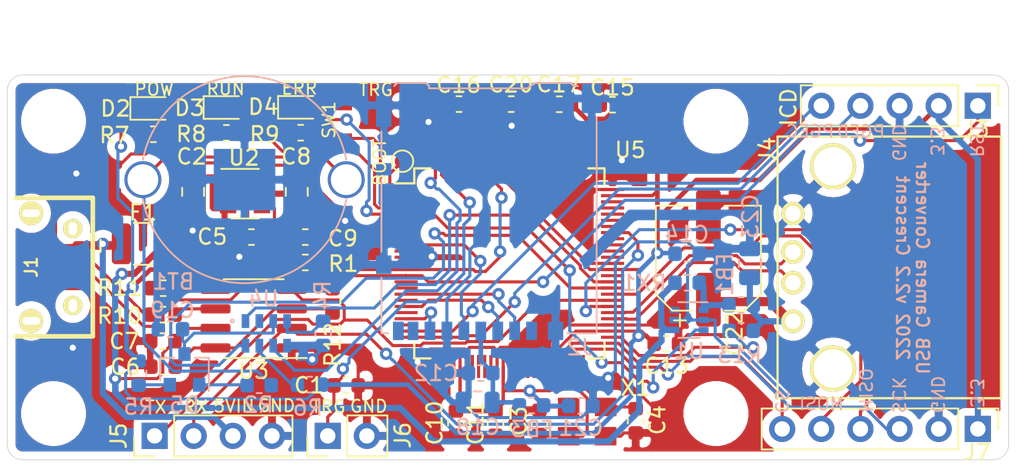
<source format=kicad_pcb>
(kicad_pcb (version 20171130) (host pcbnew "(5.1.2)-1")
  (title_block (title "Web Camera Converter") (date 2022-02-23) (rev v2.2) (company Crescent))
  (layers (0 F.Cu signal) (31 B.Cu signal) (34 B.Paste user) (35 F.Paste user) (36 B.SilkS user) (37 F.SilkS user) (38 B.Mask user) (39 F.Mask user) (44 Edge.Cuts user))
  (net 0 "")
  (net 1 GND)
  (net 2 /VIN)
  (net 3 /XIN)
  (net 4 /XOUT)
  (net 5 "Net-(C5-Pad1)")
  (net 6 +3V3)
  (net 7 +5V)
  (net 8 "Net-(D2-Pad1)")
  (net 9 /RUN)
  (net 10 "Net-(D3-Pad1)")
  (net 11 /ERR)
  (net 12 "Net-(D4-Pad1)")
  (net 13 /RX)
  (net 14 /TX)
  (net 15 /RST)
  (net 16 /M_SCK)
  (net 17 /M_MOSI)
  (net 18 /M_CS)
  (net 19 "Net-(R4-Pad1)")
  (net 20 /M_MISO)
  (net 21 "Net-(BT1-Pad1)")
  (net 22 "Net-(C12-Pad1)")
  (net 23 "Net-(C19-Pad1)")
  (net 24 "Net-(D5-Pad2)")
  (net 25 "Net-(D5-Pad1)")
  (net 26 "Net-(R6-Pad2)")
  (net 27 /RTC_INT)
  (net 28 /SCL)
  (net 29 /SDA)
  (net 30 /PUSH_SW)
  (net 31 /EX_TRG)
  (net 32 "Net-(C6-Pad1)")
  (net 33 /CDC_N)
  (net 34 /CDC_P)
  (net 35 /PGEC)
  (net 36 /PGED)
  (net 37 /HOST_P)
  (net 38 /HOST_N)
  (net 39 /S_CS)
  (net 40 /S_MOSI)
  (net 41 /S_MISO)
  (net 42 /S_SCK)
  (net 43 "Net-(R10-Pad1)")
  (net 44 "Net-(R11-Pad1)")
  (net 45 "Net-(R13-Pad2)")
  (net 46 /USB_IN)
  (net 47 "Net-(FB1-Pad1)")
  (net 48 /PUSB)
  (net 49 "Net-(TP1-Pad1)")
  (module TestPoint:TestPoint_Pad_D1.0mm (layer F.Cu) (at 155.65 135.6)
    (fp_text reference TP1 hide)
    (fp_text value BOOT)
    (pad 1 smd circle (at 0 0) (size 1 1) (layers F.Cu F.Mask) (net 49 "Net-(TP1-Pad1)"))
  )
  (module Capacitor_SMD:C_0805_2012Metric (layer B.Cu) (at 178.2 142.23 90)
    (fp_text reference C23 (at 3.0525 0.04 270) (layer B.SilkS) (effects (justify mirror)))
    (fp_text value 10u)
    (pad 2 smd roundrect (at 0.9375 0 90) (size 0.975 1.4) (layers B.Cu B.Paste B.Mask) (net 1 GND))
    (pad 1 smd roundrect (at -0.9375 0 90) (size 0.975 1.4) (layers B.Cu B.Paste B.Mask) (net 7 +5V))
  )
  (module Package_TO_SOT_SMD:SOT-363_SC-70-6 (layer B.Cu) (at 174.25 145.92 180)
    (fp_text reference U1 (at 0 -2.032) (layer B.SilkS) (effects (justify mirror)))
    (fp_text value LDSW_SiP32431)
    (pad 6 smd rect (at 0.95 0.65 180) (size 0.65 0.4) (layers B.Cu B.Paste B.Mask))
    (pad 4 smd rect (at 0.95 -0.65 180) (size 0.65 0.4) (layers B.Cu B.Paste B.Mask) (net 2 /VIN))
    (pad 2 smd rect (at -0.95 0 180) (size 0.65 0.4) (layers B.Cu B.Paste B.Mask) (net 1 GND))
    (pad 5 smd rect (at 0.95 0 180) (size 0.65 0.4) (layers B.Cu B.Paste B.Mask) (net 1 GND))
    (pad 3 smd rect (at -0.95 -0.65 180) (size 0.65 0.4) (layers B.Cu B.Paste B.Mask) (net 48 /PUSB))
    (pad 1 smd rect (at -0.95 0.65 180) (size 0.65 0.4) (layers B.Cu B.Paste B.Mask) (net 47 "Net-(FB1-Pad1)"))
  )
  (module Resistor_SMD:R_0603_1608Metric (layer B.Cu) (at 174.128 143.5)
    (fp_text reference RX1 (at -2.798 0.02 180) (layer B.SilkS) (effects (justify mirror)))
    (fp_text value 27)
    (pad 2 smd roundrect (at 0.7875 0) (size 0.875 0.95) (layers B.Cu B.Paste B.Mask) (net 47 "Net-(FB1-Pad1)"))
    (pad 1 smd roundrect (at -0.7875 0) (size 0.875 0.95) (layers B.Cu B.Paste B.Mask) (net 2 /VIN))
  )
  (module Inductor_SMD:L_0603_1608Metric (layer B.Cu) (at 177.638 144.95)
    (fp_text reference FB1 (at -1.038 -1.99 270) (layer B.SilkS) (effects (justify mirror)))
    (fp_text value FB)
    (pad 2 smd roundrect (at 0.7875 0) (size 0.875 0.95) (layers B.Cu B.Paste B.Mask) (net 7 +5V))
    (pad 1 smd roundrect (at -0.7875 0) (size 0.875 0.95) (layers B.Cu B.Paste B.Mask) (net 47 "Net-(FB1-Pad1)"))
  )
  (module Fuse:Fuse_1210_3225Metric (layer F.Cu) (at 138.808 140.97 180)
    (fp_text reference F1 (at 0 2.032) (layer F.SilkS))
    (fp_text value 1A)
    (pad 2 smd roundrect (at 1.4 0 180) (size 1.25 2.65) (layers F.Cu F.Paste F.Mask) (roundrect_rratio 0.2) (net 46 /USB_IN))
    (pad 1 smd roundrect (at -1.4 0 180) (size 1.25 2.65) (layers F.Cu F.Paste F.Mask) (roundrect_rratio 0.2) (net 2 /VIN))
  )
  (module Capacitor_SMD:CP_Elec_6.3x5.4_Nichicon (layer F.Cu) (at 175.51 141.9 90)
    (fp_text reference C22 (at -4.91 1.7 90) (layer F.SilkS))
    (fp_text value 220u)
    (pad 2 smd roundrect (at 2.7 0 90) (size 3.5 1.6) (layers F.Cu F.Paste F.Mask) (roundrect_rratio 0.15625) (net 1 GND))
    (pad 1 smd roundrect (at -2.7 0 90) (size 3.5 1.6) (layers F.Cu F.Paste F.Mask) (roundrect_rratio 0.15625) (net 7 +5V))
  )
  (module RTC_3215:RV-8803-C7 (layer B.Cu) (at 146.7 146.78)
    (fp_text reference U4 (at -0.08 -2.25 180) (layer B.SilkS) (effects (justify mirror)))
    (fp_text value RV-8803-C7)
    (pad 8 smd rect (at -1.24 0.81) (size 0.5 0.9) (layers B.Cu B.Paste B.Mask) (net 28 /SCL))
    (pad 7 smd rect (at -0.34 0.81) (size 0.5 0.9) (layers B.Cu B.Paste B.Mask) (net 26 "Net-(R6-Pad2)"))
    (pad 6 smd rect (at 0.56 0.81) (size 0.5 0.9) (layers B.Cu B.Paste B.Mask) (net 27 /RTC_INT))
    (pad 5 smd rect (at 1.46 0.81) (size 0.5 0.9) (layers B.Cu B.Paste B.Mask) (net 1 GND))
    (pad 4 smd rect (at 1.46 -0.79) (size 0.5 0.9) (layers B.Cu B.Paste B.Mask) (net 19 "Net-(R4-Pad1)"))
    (pad 3 smd rect (at 0.56 -0.79) (size 0.5 0.9) (layers B.Cu B.Paste B.Mask) (net 23 "Net-(C19-Pad1)"))
    (pad 2 smd rect (at -0.34 -0.79) (size 0.5 0.9) (layers B.Cu B.Paste B.Mask))
    (pad 1 smd rect (at -1.24 -0.79) (size 0.5 0.9) (layers B.Cu B.Paste B.Mask) (net 29 /SDA))
  )
  (module Package_QFP:TQFP-100_12x12mm_P0.4mm (layer F.Cu) (at 162.59 142.24)
    (fp_text reference U5 (at 7.844 -7.366) (layer F.SilkS))
    (fp_text value PIC32MZ***EF*100)
    (pad 100 smd rect (at -4.8 -6.7 90) (size 1.5 0.2) (layers F.Cu F.Paste F.Mask) (net 27 /RTC_INT))
    (pad 99 smd rect (at -4.4 -6.7 90) (size 1.5 0.2) (layers F.Cu F.Paste F.Mask) (net 31 /EX_TRG))
    (pad 98 smd rect (at -4 -6.7 90) (size 1.5 0.2) (layers F.Cu F.Paste F.Mask))
    (pad 97 smd rect (at -3.6 -6.7 90) (size 1.5 0.2) (layers F.Cu F.Paste F.Mask))
    (pad 96 smd rect (at -3.2 -6.7 90) (size 1.5 0.2) (layers F.Cu F.Paste F.Mask))
    (pad 95 smd rect (at -2.8 -6.7 90) (size 1.5 0.2) (layers F.Cu F.Paste F.Mask))
    (pad 94 smd rect (at -2.4 -6.7 90) (size 1.5 0.2) (layers F.Cu F.Paste F.Mask))
    (pad 93 smd rect (at -2 -6.7 90) (size 1.5 0.2) (layers F.Cu F.Paste F.Mask) (net 6 +3V3))
    (pad 92 smd rect (at -1.6 -6.7 90) (size 1.5 0.2) (layers F.Cu F.Paste F.Mask) (net 1 GND))
    (pad 91 smd rect (at -1.2 -6.7 90) (size 1.5 0.2) (layers F.Cu F.Paste F.Mask))
    (pad 90 smd rect (at -0.8 -6.7 90) (size 1.5 0.2) (layers F.Cu F.Paste F.Mask))
    (pad 89 smd rect (at -0.4 -6.7 90) (size 1.5 0.2) (layers F.Cu F.Paste F.Mask))
    (pad 88 smd rect (at 0 -6.7 90) (size 1.5 0.2) (layers F.Cu F.Paste F.Mask))
    (pad 87 smd rect (at 0.4 -6.7 90) (size 1.5 0.2) (layers F.Cu F.Paste F.Mask))
    (pad 86 smd rect (at 0.8 -6.7 90) (size 1.5 0.2) (layers F.Cu F.Paste F.Mask))
    (pad 85 smd rect (at 1.2 -6.7 90) (size 1.5 0.2) (layers F.Cu F.Paste F.Mask))
    (pad 84 smd rect (at 1.6 -6.7 90) (size 1.5 0.2) (layers F.Cu F.Paste F.Mask) (net 1 GND))
    (pad 83 smd rect (at 2 -6.7 90) (size 1.5 0.2) (layers F.Cu F.Paste F.Mask) (net 6 +3V3))
    (pad 82 smd rect (at 2.4 -6.7 90) (size 1.5 0.2) (layers F.Cu F.Paste F.Mask))
    (pad 81 smd rect (at 2.8 -6.7 90) (size 1.5 0.2) (layers F.Cu F.Paste F.Mask))
    (pad 80 smd rect (at 3.2 -6.7 90) (size 1.5 0.2) (layers F.Cu F.Paste F.Mask))
    (pad 79 smd rect (at 3.6 -6.7 90) (size 1.5 0.2) (layers F.Cu F.Paste F.Mask))
    (pad 78 smd rect (at 4 -6.7 90) (size 1.5 0.2) (layers F.Cu F.Paste F.Mask))
    (pad 77 smd rect (at 4.4 -6.7 90) (size 1.5 0.2) (layers F.Cu F.Paste F.Mask))
    (pad 76 smd rect (at 4.8 -6.7 90) (size 1.5 0.2) (layers F.Cu F.Paste F.Mask))
    (pad 75 smd rect (at 6.7 -4.8) (size 1.5 0.2) (layers F.Cu F.Paste F.Mask) (net 1 GND))
    (pad 74 smd rect (at 6.7 -4.4) (size 1.5 0.2) (layers F.Cu F.Paste F.Mask) (net 6 +3V3))
    (pad 73 smd rect (at 6.7 -4) (size 1.5 0.2) (layers F.Cu F.Paste F.Mask))
    (pad 72 smd rect (at 6.7 -3.6) (size 1.5 0.2) (layers F.Cu F.Paste F.Mask))
    (pad 71 smd rect (at 6.7 -3.2) (size 1.5 0.2) (layers F.Cu F.Paste F.Mask))
    (pad 70 smd rect (at 6.7 -2.8) (size 1.5 0.2) (layers F.Cu F.Paste F.Mask))
    (pad 69 smd rect (at 6.7 -2.4) (size 1.5 0.2) (layers F.Cu F.Paste F.Mask))
    (pad 68 smd rect (at 6.7 -2) (size 1.5 0.2) (layers F.Cu F.Paste F.Mask) (net 13 /RX))
    (pad 67 smd rect (at 6.7 -1.6) (size 1.5 0.2) (layers F.Cu F.Paste F.Mask))
    (pad 66 smd rect (at 6.7 -1.2) (size 1.5 0.2) (layers F.Cu F.Paste F.Mask))
    (pad 65 smd rect (at 6.7 -0.8) (size 1.5 0.2) (layers F.Cu F.Paste F.Mask))
    (pad 64 smd rect (at 6.7 -0.4) (size 1.5 0.2) (layers F.Cu F.Paste F.Mask))
    (pad 63 smd rect (at 6.7 0) (size 1.5 0.2) (layers F.Cu F.Paste F.Mask) (net 1 GND))
    (pad 62 smd rect (at 6.7 0.4) (size 1.5 0.2) (layers F.Cu F.Paste F.Mask) (net 6 +3V3))
    (pad 61 smd rect (at 6.7 0.8) (size 1.5 0.2) (layers F.Cu F.Paste F.Mask))
    (pad 60 smd rect (at 6.7 1.2) (size 1.5 0.2) (layers F.Cu F.Paste F.Mask) (net 29 /SDA))
    (pad 59 smd rect (at 6.7 1.6) (size 1.5 0.2) (layers F.Cu F.Paste F.Mask) (net 28 /SCL))
    (pad 58 smd rect (at 6.7 2) (size 1.5 0.2) (layers F.Cu F.Paste F.Mask) (net 40 /S_MOSI))
    (pad 57 smd rect (at 6.7 2.4) (size 1.5 0.2) (layers F.Cu F.Paste F.Mask) (net 14 /TX))
    (pad 56 smd rect (at 6.7 2.8) (size 1.5 0.2) (layers F.Cu F.Paste F.Mask) (net 41 /S_MISO))
    (pad 55 smd rect (at 6.7 3.2) (size 1.5 0.2) (layers F.Cu F.Paste F.Mask) (net 37 /HOST_P))
    (pad 54 smd rect (at 6.7 3.6) (size 1.5 0.2) (layers F.Cu F.Paste F.Mask) (net 38 /HOST_N))
    (pad 53 smd rect (at 6.7 4) (size 1.5 0.2) (layers F.Cu F.Paste F.Mask) (net 1 GND))
    (pad 52 smd rect (at 6.7 4.4) (size 1.5 0.2) (layers F.Cu F.Paste F.Mask) (net 6 +3V3))
    (pad 51 smd rect (at 6.7 4.8) (size 1.5 0.2) (layers F.Cu F.Paste F.Mask) (net 45 "Net-(R13-Pad2)"))
    (pad 50 smd rect (at 4.8 6.7 90) (size 1.5 0.2) (layers F.Cu F.Paste F.Mask) (net 4 /XOUT))
    (pad 49 smd rect (at 4.4 6.7 90) (size 1.5 0.2) (layers F.Cu F.Paste F.Mask) (net 3 /XIN))
    (pad 48 smd rect (at 4 6.7 90) (size 1.5 0.2) (layers F.Cu F.Paste F.Mask) (net 42 /S_SCK))
    (pad 47 smd rect (at 3.6 6.7 90) (size 1.5 0.2) (layers F.Cu F.Paste F.Mask) (net 39 /S_CS))
    (pad 46 smd rect (at 3.2 6.7 90) (size 1.5 0.2) (layers F.Cu F.Paste F.Mask) (net 6 +3V3))
    (pad 45 smd rect (at 2.8 6.7 90) (size 1.5 0.2) (layers F.Cu F.Paste F.Mask) (net 1 GND))
    (pad 44 smd rect (at 2.4 6.7 90) (size 1.5 0.2) (layers F.Cu F.Paste F.Mask))
    (pad 43 smd rect (at 2 6.7 90) (size 1.5 0.2) (layers F.Cu F.Paste F.Mask))
    (pad 42 smd rect (at 1.6 6.7 90) (size 1.5 0.2) (layers F.Cu F.Paste F.Mask))
    (pad 41 smd rect (at 1.2 6.7 90) (size 1.5 0.2) (layers F.Cu F.Paste F.Mask))
    (pad 40 smd rect (at 0.8 6.7 90) (size 1.5 0.2) (layers F.Cu F.Paste F.Mask))
    (pad 39 smd rect (at 0.4 6.7 90) (size 1.5 0.2) (layers F.Cu F.Paste F.Mask))
    (pad 38 smd rect (at 0 6.7 90) (size 1.5 0.2) (layers F.Cu F.Paste F.Mask))
    (pad 37 smd rect (at -0.4 6.7 90) (size 1.5 0.2) (layers F.Cu F.Paste F.Mask) (net 6 +3V3))
    (pad 36 smd rect (at -0.8 6.7 90) (size 1.5 0.2) (layers F.Cu F.Paste F.Mask) (net 1 GND))
    (pad 35 smd rect (at -1.2 6.7 90) (size 1.5 0.2) (layers F.Cu F.Paste F.Mask))
    (pad 34 smd rect (at -1.6 6.7 90) (size 1.5 0.2) (layers F.Cu F.Paste F.Mask))
    (pad 33 smd rect (at -2 6.7 90) (size 1.5 0.2) (layers F.Cu F.Paste F.Mask))
    (pad 32 smd rect (at -2.4 6.7 90) (size 1.5 0.2) (layers F.Cu F.Paste F.Mask))
    (pad 31 smd rect (at -2.8 6.7 90) (size 1.5 0.2) (layers F.Cu F.Paste F.Mask) (net 1 GND))
    (pad 30 smd rect (at -3.2 6.7 90) (size 1.5 0.2) (layers F.Cu F.Paste F.Mask) (net 6 +3V3))
    (pad 29 smd rect (at -3.6 6.7 90) (size 1.5 0.2) (layers F.Cu F.Paste F.Mask))
    (pad 28 smd rect (at -4 6.7 90) (size 1.5 0.2) (layers F.Cu F.Paste F.Mask))
    (pad 27 smd rect (at -4.4 6.7 90) (size 1.5 0.2) (layers F.Cu F.Paste F.Mask))
    (pad 26 smd rect (at -4.8 6.7 90) (size 1.5 0.2) (layers F.Cu F.Paste F.Mask))
    (pad 25 smd rect (at -6.7 4.8) (size 1.5 0.2) (layers F.Cu F.Paste F.Mask) (net 36 /PGED))
    (pad 24 smd rect (at -6.7 4.4) (size 1.5 0.2) (layers F.Cu F.Paste F.Mask) (net 35 /PGEC))
    (pad 23 smd rect (at -6.7 4) (size 1.5 0.2) (layers F.Cu F.Paste F.Mask))
    (pad 22 smd rect (at -6.7 3.6) (size 1.5 0.2) (layers F.Cu F.Paste F.Mask) (net 20 /M_MISO))
    (pad 21 smd rect (at -6.7 3.2) (size 1.5 0.2) (layers F.Cu F.Paste F.Mask))
    (pad 20 smd rect (at -6.7 2.8) (size 1.5 0.2) (layers F.Cu F.Paste F.Mask) (net 17 /M_MOSI))
    (pad 19 smd rect (at -6.7 2.4) (size 1.5 0.2) (layers F.Cu F.Paste F.Mask))
    (pad 18 smd rect (at -6.7 2) (size 1.5 0.2) (layers F.Cu F.Paste F.Mask) (net 18 /M_CS))
    (pad 17 smd rect (at -6.7 1.6) (size 1.5 0.2) (layers F.Cu F.Paste F.Mask))
    (pad 16 smd rect (at -6.7 1.2) (size 1.5 0.2) (layers F.Cu F.Paste F.Mask))
    (pad 15 smd rect (at -6.7 0.8) (size 1.5 0.2) (layers F.Cu F.Paste F.Mask) (net 15 /RST))
    (pad 14 smd rect (at -6.7 0.4) (size 1.5 0.2) (layers F.Cu F.Paste F.Mask) (net 6 +3V3))
    (pad 13 smd rect (at -6.7 0) (size 1.5 0.2) (layers F.Cu F.Paste F.Mask) (net 1 GND))
    (pad 12 smd rect (at -6.7 -0.4) (size 1.5 0.2) (layers F.Cu F.Paste F.Mask))
    (pad 11 smd rect (at -6.7 -0.8) (size 1.5 0.2) (layers F.Cu F.Paste F.Mask))
    (pad 10 smd rect (at -6.7 -1.2) (size 1.5 0.2) (layers F.Cu F.Paste F.Mask) (net 16 /M_SCK))
    (pad 9 smd rect (at -6.7 -1.6) (size 1.5 0.2) (layers F.Cu F.Paste F.Mask))
    (pad 8 smd rect (at -6.7 -2) (size 1.5 0.2) (layers F.Cu F.Paste F.Mask))
    (pad 7 smd rect (at -6.7 -2.4) (size 1.5 0.2) (layers F.Cu F.Paste F.Mask))
    (pad 6 smd rect (at -6.7 -2.8) (size 1.5 0.2) (layers F.Cu F.Paste F.Mask))
    (pad 5 smd rect (at -6.7 -3.2) (size 1.5 0.2) (layers F.Cu F.Paste F.Mask) (net 11 /ERR))
    (pad 4 smd rect (at -6.7 -3.6) (size 1.5 0.2) (layers F.Cu F.Paste F.Mask) (net 9 /RUN))
    (pad 3 smd rect (at -6.7 -4) (size 1.5 0.2) (layers F.Cu F.Paste F.Mask) (net 30 /PUSH_SW))
    (pad 2 smd rect (at -6.7 -4.4) (size 1.5 0.2) (layers F.Cu F.Paste F.Mask) (net 48 /PUSB))
    (pad 1 smd rect (at -6.7 -4.8) (size 1.5 0.2) (layers F.Cu F.Paste F.Mask) (net 49 "Net-(TP1-Pad1)"))
  )
  (module Package_SO:SOIC-8_3.9x4.9mm_P1.27mm (layer F.Cu) (at 145.99 145.83 180)
    (fp_text reference U3 (at 0 -3.4) (layer F.SilkS))
    (fp_text value PL2303SA)
    (pad 8 smd roundrect (at 2.475 -1.905 180) (size 1.95 0.6) (layers F.Cu F.Paste F.Mask) (net 32 "Net-(C6-Pad1)"))
    (pad 7 smd roundrect (at 2.475 -0.635 180) (size 1.95 0.6) (layers F.Cu F.Paste F.Mask) (net 2 /VIN))
    (pad 6 smd roundrect (at 2.475 0.635 180) (size 1.95 0.6) (layers F.Cu F.Paste F.Mask) (net 43 "Net-(R10-Pad1)"))
    (pad 5 smd roundrect (at 2.475 1.905 180) (size 1.95 0.6) (layers F.Cu F.Paste F.Mask) (net 44 "Net-(R11-Pad1)"))
    (pad 4 smd roundrect (at -2.475 1.905 180) (size 1.95 0.6) (layers F.Cu F.Paste F.Mask) (net 14 /TX))
    (pad 3 smd roundrect (at -2.475 0.635 180) (size 1.95 0.6) (layers F.Cu F.Paste F.Mask) (net 32 "Net-(C6-Pad1)"))
    (pad 2 smd roundrect (at -2.475 -0.635 180) (size 1.95 0.6) (layers F.Cu F.Paste F.Mask) (net 13 /RX))
    (pad 1 smd roundrect (at -2.475 -1.905 180) (size 1.95 0.6) (layers F.Cu F.Paste F.Mask) (net 1 GND))
  )
  (module Resistor_SMD:R_0603_1608Metric (layer B.Cu) (at 177.638 146.62 180)
    (fp_text reference R13 (at 0.11 -1.582) (layer B.SilkS) (effects (justify mirror)))
    (fp_text value 10)
    (pad 1 smd roundrect (at -0.7875 0 180) (size 0.875 0.95) (layers B.Cu B.Paste B.Mask) (net 7 +5V))
    (pad 2 smd roundrect (at 0.7875 0 180) (size 0.875 0.95) (layers B.Cu B.Paste B.Mask) (net 45 "Net-(R13-Pad2)"))
  )
  (module Resistor_SMD:R_0603_1608Metric (layer F.Cu) (at 151.11 144.678 270)
    (fp_text reference R12 (at 2.842 -0.01 90) (layer F.SilkS))
    (fp_text value 1.5k)
    (pad 2 smd roundrect (at 0.7875 0 270) (size 0.875 0.95) (layers F.Cu F.Paste F.Mask) (net 32 "Net-(C6-Pad1)"))
    (pad 1 smd roundrect (at -0.7875 0 270) (size 0.875 0.95) (layers F.Cu F.Paste F.Mask) (net 34 /CDC_P))
  )
  (module Resistor_SMD:R_0603_1608Metric (layer F.Cu) (at 140.122 143.85 180)
    (fp_text reference R11 (at 2.8325 0.02) (layer F.SilkS))
    (fp_text value 27)
    (pad 2 smd roundrect (at 0.7875 0 180) (size 0.875 0.95) (layers F.Cu F.Paste F.Mask) (net 34 /CDC_P))
    (pad 1 smd roundrect (at -0.7875 0 180) (size 0.875 0.95) (layers F.Cu F.Paste F.Mask) (net 44 "Net-(R11-Pad1)"))
  )
  (module Resistor_SMD:R_0603_1608Metric (layer F.Cu) (at 140.108 145.57 180)
    (fp_text reference R10 (at 2.8275 -0.08) (layer F.SilkS))
    (fp_text value 27)
    (pad 2 smd roundrect (at 0.7875 0 180) (size 0.875 0.95) (layers F.Cu F.Paste F.Mask) (net 33 /CDC_N))
    (pad 1 smd roundrect (at -0.7875 0 180) (size 0.875 0.95) (layers F.Cu F.Paste F.Mask) (net 43 "Net-(R10-Pad1)"))
  )
  (module Connector_PinHeader_2.54mm:PinHeader_1x06_P2.54mm_Vertical (layer F.Cu) (at 193 153 270)
    (fp_text reference J7 (at 1.51 0.05 180) (layer F.SilkS))
    (fp_text value exSPI)
    (pad 6 thru_hole oval (at 0 12.7 270) (size 1.7 1.7) (drill 1) (layers *.Cu *.Mask) (net 39 /S_CS))
    (pad 5 thru_hole oval (at 0 10.16 270) (size 1.7 1.7) (drill 1) (layers *.Cu *.Mask) (net 40 /S_MOSI))
    (pad 4 thru_hole oval (at 0 7.62 270) (size 1.7 1.7) (drill 1) (layers *.Cu *.Mask) (net 41 /S_MISO))
    (pad 3 thru_hole oval (at 0 5.08 270) (size 1.7 1.7) (drill 1) (layers *.Cu *.Mask) (net 42 /S_SCK))
    (pad 2 thru_hole oval (at 0 2.54 270) (size 1.7 1.7) (drill 1) (layers *.Cu *.Mask) (net 1 GND))
    (pad 1 thru_hole rect (at 0 0 270) (size 1.7 1.7) (drill 1) (layers *.Cu *.Mask) (net 6 +3V3))
  )
  (module mUSB:CONN-10118194-0001LF-FCI (layer F.Cu) (at 131.55 142.48 270)
    (fp_text reference J1 (at 0 0 90) (layer F.SilkS) (effects (font (size 0.8 0.8))))
    (fp_text value USB_B_Micro)
    (pad 1 smd rect (at -1.3 -2.7 270) (size 0.4 1.35) (layers F.Cu F.Paste F.Mask) (net 46 /USB_IN))
    (pad 2 smd rect (at -0.65 -2.7 270) (size 0.4 1.35) (layers F.Cu F.Paste F.Mask) (net 33 /CDC_N))
    (pad 3 smd rect (at 0 -2.7 270) (size 0.4 1.35) (layers F.Cu F.Paste F.Mask) (net 34 /CDC_P))
    (pad 4 smd rect (at 0.65 -2.7 270) (size 0.4 1.35) (layers F.Cu F.Paste F.Mask))
    (pad 5 smd rect (at 1.3 -2.7 270) (size 0.4 1.35) (layers F.Cu F.Paste F.Mask) (net 1 GND))
    (pad SH thru_hole oval (at -3.5 0 270) (size 1.55 1.55) (drill oval 0.5 1.15) (layers *.Cu *.Mask F.SilkS))
    (pad SH thru_hole oval (at 3.5 0 270) (size 1.55 1.55) (drill oval 0.5 1.15) (layers *.Cu *.Mask F.SilkS))
    (pad SH thru_hole oval (at -2.5 -2.7 270) (size 1.25 1.25) (drill oval 0.85 0.55) (layers *.Cu *.Mask F.SilkS))
    (pad SH thru_hole oval (at 2.5 -2.7 270) (size 1.25 1.25) (drill oval 0.85 0.55) (layers *.Cu *.Mask F.SilkS))
  )
  (module Capacitor_SMD:C_0603_1608Metric (layer B.Cu) (at 167.23 151.5)
    (fp_text reference C21 (at 0 1.43) (layer B.SilkS) (effects (justify mirror)))
    (fp_text value 0.1u)
    (pad 2 smd roundrect (at 0.7875 0) (size 0.875 0.95) (layers B.Cu B.Paste B.Mask) (net 1 GND))
    (pad 1 smd roundrect (at -0.7875 0) (size 0.875 0.95) (layers B.Cu B.Paste B.Mask) (net 6 +3V3))
  )
  (module Capacitor_SMD:C_0603_1608Metric (layer F.Cu) (at 162.71 131.89)
    (fp_text reference C20 (at -0.02 -1.27) (layer F.SilkS))
    (fp_text value 0.1u)
    (pad 2 smd roundrect (at 0.7875 0) (size 0.875 0.95) (layers F.Cu F.Paste F.Mask) (net 1 GND))
    (pad 1 smd roundrect (at -0.7875 0) (size 0.875 0.95) (layers F.Cu F.Paste F.Mask) (net 6 +3V3))
  )
  (module Capacitor_SMD:C_0603_1608Metric (layer F.Cu) (at 165.832 131.9 180)
    (fp_text reference C17 (at 0.0325 1.29) (layer F.SilkS))
    (fp_text value 0.1u)
    (pad 2 smd roundrect (at 0.7875 0 180) (size 0.875 0.95) (layers F.Cu F.Paste F.Mask) (net 1 GND))
    (pad 1 smd roundrect (at -0.7875 0 180) (size 0.875 0.95) (layers F.Cu F.Paste F.Mask) (net 6 +3V3))
  )
  (module Capacitor_SMD:C_0603_1608Metric (layer F.Cu) (at 169.28 131.93 180)
    (fp_text reference C15 (at 0 1.12) (layer F.SilkS))
    (fp_text value 0.1u)
    (pad 2 smd roundrect (at 0.7875 0 180) (size 0.875 0.95) (layers F.Cu F.Paste F.Mask) (net 1 GND))
    (pad 1 smd roundrect (at -0.7875 0 180) (size 0.875 0.95) (layers F.Cu F.Paste F.Mask) (net 6 +3V3))
  )
  (module Capacitor_SMD:C_0603_1608Metric (layer F.Cu) (at 149.342 140.53 180)
    (fp_text reference C9 (at -2.4375 -0.09) (layer F.SilkS))
    (fp_text value 0.1u)
    (pad 2 smd roundrect (at 0.7875 0 180) (size 0.875 0.95) (layers F.Cu F.Paste F.Mask) (net 1 GND))
    (pad 1 smd roundrect (at -0.7875 0 180) (size 0.875 0.95) (layers F.Cu F.Paste F.Mask) (net 6 +3V3))
  )
  (module Capacitor_SMD:C_0603_1608Metric (layer F.Cu) (at 140.098 147.29 180)
    (fp_text reference C7 (at 2.5075 -0.01) (layer F.SilkS))
    (fp_text value 0.1u)
    (pad 2 smd roundrect (at 0.7875 0 180) (size 0.875 0.95) (layers F.Cu F.Paste F.Mask) (net 1 GND))
    (pad 1 smd roundrect (at -0.7875 0 180) (size 0.875 0.95) (layers F.Cu F.Paste F.Mask) (net 2 /VIN))
  )
  (module Capacitor_SMD:C_0603_1608Metric (layer F.Cu) (at 140.11 148.95 180)
    (fp_text reference C6 (at 2.46 -0.02) (layer F.SilkS))
    (fp_text value 0.1u)
    (pad 2 smd roundrect (at 0.7875 0 180) (size 0.875 0.95) (layers F.Cu F.Paste F.Mask) (net 1 GND))
    (pad 1 smd roundrect (at -0.7875 0 180) (size 0.875 0.95) (layers F.Cu F.Paste F.Mask) (net 32 "Net-(C6-Pad1)"))
  )
  (module Connector_PinHeader_2.54mm:PinHeader_1x02_P2.54mm_Vertical (layer F.Cu) (at 150.8 153.45 90)
    (fp_text reference J6 (at 0.04 4.87 270) (layer F.SilkS))
    (fp_text value PIN)
    (pad 2 thru_hole oval (at 0 2.54 90) (size 1.7 1.7) (drill 1) (layers *.Cu *.Mask) (net 1 GND))
    (pad 1 thru_hole rect (at 0 0 90) (size 1.7 1.7) (drill 1) (layers *.Cu *.Mask) (net 31 /EX_TRG))
  )
  (module Connector_PinHeader_2.54mm:PinHeader_1x04_P2.54mm_Vertical (layer F.Cu) (at 139.56 153.45 90)
    (fp_text reference J5 (at 0 -2.33 90) (layer F.SilkS))
    (fp_text value PIN)
    (pad 4 thru_hole oval (at 0 7.62 90) (size 1.7 1.7) (drill 1) (layers *.Cu *.Mask) (net 1 GND))
    (pad 3 thru_hole oval (at 0 5.08 90) (size 1.7 1.7) (drill 1) (layers *.Cu *.Mask) (net 46 /USB_IN))
    (pad 2 thru_hole oval (at 0 2.54 90) (size 1.7 1.7) (drill 1) (layers *.Cu *.Mask) (net 13 /RX))
    (pad 1 thru_hole rect (at 0 0 90) (size 1.7 1.7) (drill 1) (layers *.Cu *.Mask) (net 14 /TX))
  )
  (module MountingHole:MountingHole_3.2mm_M3 (layer F.Cu) (at 176 152)
    (fp_text reference REF4 hide)
    (fp_text value MountingHole_3.2mm_M3)
    (pad 1 np_thru_hole circle (at 0 0) (size 3.2 3.2) (drill 3.2) (layers *.Cu *.Mask))
  )
  (module MountingHole:MountingHole_3.2mm_M3 (layer F.Cu) (at 176 133)
    (fp_text reference REF3 hide)
    (fp_text value MountingHole_3.2mm_M3)
    (pad 1 np_thru_hole circle (at 0 0) (size 3.2 3.2) (drill 3.2) (layers *.Cu *.Mask))
  )
  (module Capacitor_SMD:C_0603_1608Metric (layer F.Cu) (at 159.322 131.89 180)
    (fp_text reference C16 (at 0.0225 1.25 180) (layer F.SilkS))
    (fp_text value 0.1u)
    (pad 2 smd roundrect (at 0.7875 0 180) (size 0.875 0.95) (layers F.Cu F.Paste F.Mask) (net 1 GND))
    (pad 1 smd roundrect (at -0.7875 0 180) (size 0.875 0.95) (layers F.Cu F.Paste F.Mask) (net 30 /PUSH_SW))
  )
  (module Connector_Card:microSD_HC_Hirose_DM3AT-SF-PEJM5 (layer B.Cu) (at 161.26 138.9)
    (fp_text reference J2 (at 5.9 8.8) (layer B.SilkS) (effects (justify mirror)))
    (fp_text value Micro_SD_Card_Det_Hirose_DM3AT)
    (pad 11 smd rect (at 6.675 -7.375) (size 1.3 1.9) (layers B.Cu B.Paste B.Mask) (net 1 GND))
    (pad 11 smd rect (at -6.825 -6.925) (size 1 2.8) (layers B.Cu B.Paste B.Mask) (net 1 GND))
    (pad 10 smd rect (at -6.825 -2.775) (size 1 0.8) (layers B.Cu B.Paste B.Mask))
    (pad 11 smd rect (at -6.825 3.425) (size 1 1.2) (layers B.Cu B.Paste B.Mask) (net 1 GND))
    (pad 11 smd rect (at 4.325 7.725) (size 1 1.2) (layers B.Cu B.Paste B.Mask) (net 1 GND))
    (pad 7 smd rect (at -3.825 7.725) (size 0.7 1.2) (layers B.Cu B.Paste B.Mask) (net 20 /M_MISO))
    (pad 6 smd rect (at -2.725 7.725) (size 0.7 1.2) (layers B.Cu B.Paste B.Mask) (net 1 GND))
    (pad 5 smd rect (at -1.625 7.725) (size 0.7 1.2) (layers B.Cu B.Paste B.Mask) (net 16 /M_SCK))
    (pad 4 smd rect (at -0.525 7.725) (size 0.7 1.2) (layers B.Cu B.Paste B.Mask) (net 22 "Net-(C12-Pad1)"))
    (pad 3 smd rect (at 0.575 7.725) (size 0.7 1.2) (layers B.Cu B.Paste B.Mask) (net 17 /M_MOSI))
    (pad 2 smd rect (at 1.675 7.725) (size 0.7 1.2) (layers B.Cu B.Paste B.Mask) (net 18 /M_CS))
    (pad 1 smd rect (at 2.775 7.725) (size 0.7 1.2) (layers B.Cu B.Paste B.Mask))
    (pad 8 smd rect (at -4.925 7.725) (size 0.7 1.2) (layers B.Cu B.Paste B.Mask))
    (pad 9 smd rect (at -5.875 7.725) (size 0.7 1.2) (layers B.Cu B.Paste B.Mask))
  )
  (module SMD_PUSHSWITCH:SKRPACE010 (layer F.Cu) (at 151.85 134.12)
    (fp_text reference SW1 (at -0.97 -1.2 90) (layer F.SilkS) (effects (font (size 0.8 0.8) (thickness 0.12))))
    (fp_text value SW_Push)
    (pad 1 smd rect (at 0 -2.15) (size 1.05 0.65) (layers F.Cu F.Paste F.Mask) (net 1 GND))
    (pad 1 smd rect (at 4.15 -2.15) (size 1.05 0.65) (layers F.Cu F.Paste F.Mask) (net 1 GND))
    (pad 2 smd rect (at 0 0) (size 1.05 0.65) (layers F.Cu F.Paste F.Mask) (net 30 /PUSH_SW))
    (pad 2 smd rect (at 4.15 0) (size 1.05 0.65) (layers F.Cu F.Paste F.Mask) (net 30 /PUSH_SW))
  )
  (module Resistor_SMD:R_0603_1608Metric (layer B.Cu) (at 149.622 150.12 180)
    (fp_text reference R6 (at 0.1125 -1.5) (layer B.SilkS) (effects (justify mirror)))
    (fp_text value 10k)
    (pad 2 smd roundrect (at 0.7875 0 180) (size 0.875 0.95) (layers B.Cu B.Paste B.Mask) (net 26 "Net-(R6-Pad2)"))
    (pad 1 smd roundrect (at -0.7875 0 180) (size 0.875 0.95) (layers B.Cu B.Paste B.Mask) (net 6 +3V3))
  )
  (module Resistor_SMD:R_0603_1608Metric (layer B.Cu) (at 138.52 149.372 90)
    (fp_text reference R5 (at -2.1875 0) (layer B.SilkS) (effects (justify mirror)))
    (fp_text value 330)
    (pad 2 smd roundrect (at 0.7875 0 90) (size 0.875 0.95) (layers B.Cu B.Paste B.Mask) (net 6 +3V3))
    (pad 1 smd roundrect (at -0.7875 0 90) (size 0.875 0.95) (layers B.Cu B.Paste B.Mask) (net 24 "Net-(D5-Pad2)"))
  )
  (module Resistor_SMD:R_0603_1608Metric (layer B.Cu) (at 150.5 146.78 270)
    (fp_text reference R4 (at -2.46 0.03 90) (layer B.SilkS) (effects (justify mirror)))
    (fp_text value 10k)
    (pad 2 smd roundrect (at 0.7875 0 270) (size 0.875 0.95) (layers B.Cu B.Paste B.Mask) (net 1 GND))
    (pad 1 smd roundrect (at -0.7875 0 270) (size 0.875 0.95) (layers B.Cu B.Paste B.Mask) (net 19 "Net-(R4-Pad1)"))
  )
  (module Resistor_SMD:R_0603_1608Metric (layer B.Cu) (at 146.348 150.16 180)
    (fp_text reference R2 (at 0.0475 -1.27) (layer B.SilkS) (effects (justify mirror)))
    (fp_text value 330)
    (pad 2 smd roundrect (at 0.7875 0 180) (size 0.875 0.95) (layers B.Cu B.Paste B.Mask) (net 25 "Net-(D5-Pad1)"))
    (pad 1 smd roundrect (at -0.7875 0 180) (size 0.875 0.95) (layers B.Cu B.Paste B.Mask) (net 21 "Net-(BT1-Pad1)"))
  )
  (module Inductor_SMD:L_0603_1608Metric (layer B.Cu) (at 164.03 151.47)
    (fp_text reference FB3 (at 0.04 1.54) (layer B.SilkS) (effects (justify mirror)))
    (fp_text value FB)
    (pad 2 smd roundrect (at 0.7875 0) (size 0.875 0.95) (layers B.Cu B.Paste B.Mask) (net 6 +3V3))
    (pad 1 smd roundrect (at -0.7875 0) (size 0.875 0.95) (layers B.Cu B.Paste B.Mask) (net 22 "Net-(C12-Pad1)"))
  )
  (module Package_TO_SOT_SMD:SOT-23 (layer B.Cu) (at 141.5 149.13 90)
    (fp_text reference D5 (at -2.3 0 180) (layer B.SilkS) (effects (justify mirror)))
    (fp_text value BAV170)
    (pad 3 smd rect (at 1 0 90) (size 0.9 0.8) (layers B.Cu B.Paste B.Mask) (net 23 "Net-(C19-Pad1)"))
    (pad 2 smd rect (at -1 -0.95 90) (size 0.9 0.8) (layers B.Cu B.Paste B.Mask) (net 24 "Net-(D5-Pad2)"))
    (pad 1 smd rect (at -1 0.95 90) (size 0.9 0.8) (layers B.Cu B.Paste B.Mask) (net 25 "Net-(D5-Pad1)"))
  )
  (module Capacitor_SMD:C_0603_1608Metric (layer B.Cu) (at 140.592 146.52 180)
    (fp_text reference C19 (at -0.128 1.24) (layer B.SilkS) (effects (justify mirror)))
    (fp_text value 0.1u)
    (pad 2 smd roundrect (at 0.7875 0 180) (size 0.875 0.95) (layers B.Cu B.Paste B.Mask) (net 1 GND))
    (pad 1 smd roundrect (at -0.7875 0 180) (size 0.875 0.95) (layers B.Cu B.Paste B.Mask) (net 23 "Net-(C19-Pad1)"))
  )
  (module Capacitor_SMD:C_0805_2012Metric (layer B.Cu) (at 160.53 151.27 180)
    (fp_text reference C18 (at -0.02 -1.6) (layer B.SilkS) (effects (justify mirror)))
    (fp_text value 10u)
    (pad 2 smd roundrect (at 0.9375 0 180) (size 0.975 1.4) (layers B.Cu B.Paste B.Mask) (net 1 GND))
    (pad 1 smd roundrect (at -0.9375 0 180) (size 0.975 1.4) (layers B.Cu B.Paste B.Mask) (net 22 "Net-(C12-Pad1)"))
  )
  (module Capacitor_SMD:C_0603_1608Metric (layer B.Cu) (at 160.73 149.37 180)
    (fp_text reference C12 (at 2.9 0) (layer B.SilkS) (effects (justify mirror)))
    (fp_text value 0.1u)
    (pad 2 smd roundrect (at 0.7875 0 180) (size 0.875 0.95) (layers B.Cu B.Paste B.Mask) (net 1 GND))
    (pad 1 smd roundrect (at -0.7875 0 180) (size 0.875 0.95) (layers B.Cu B.Paste B.Mask) (net 22 "Net-(C12-Pad1)"))
  )
  (module CR1220_2895:2895 (layer B.Cu) (at 145.4 136.8)
    (fp_text reference BT1 (at -4.62 6.63) (layer B.SilkS) (effects (justify mirror)))
    (fp_text value CR1220)
    (pad 2 smd rect (at 0 0) (size 4 4) (layers B.Cu B.Paste B.Mask) (net 1 GND))
    (pad 1 thru_hole circle (at 6.6 0) (size 2.4 2.4) (drill 2) (layers *.Cu *.Mask) (net 21 "Net-(BT1-Pad1)"))
    (pad 1 thru_hole circle (at -6.6 0) (size 2.4 2.4) (drill 2) (layers *.Cu *.Mask) (net 21 "Net-(BT1-Pad1)"))
  )
  (module MountingHole:MountingHole_3.2mm_M3 (layer F.Cu) (at 133 152)
    (fp_text reference REF2 hide)
    (fp_text value MountingHole_3.2mm_M3)
    (pad 1 np_thru_hole circle (at 0 0) (size 3.2 3.2) (drill 3.2) (layers *.Cu *.Mask))
  )
  (module MountingHole:MountingHole_3.2mm_M3 (layer F.Cu) (at 133 133)
    (fp_text reference REF1 hide)
    (fp_text value MountingHole_3.2mm_M3)
    (pad 1 np_thru_hole circle (at 0 0) (size 3.2 3.2) (drill 3.2) (layers *.Cu *.Mask))
  )
  (module FA238V:FA238V (layer F.Cu) (at 166.44 153.47)
    (fp_text reference X1 (at 4.33 -3.14) (layer F.SilkS))
    (fp_text value 12MHz)
    (pad 3 smd rect (at 0 -1.9) (size 1.4 1.2) (layers F.Cu F.Paste F.Mask) (net 1 GND))
    (pad 3 smd rect (at 2.4 0) (size 1.4 1.2) (layers F.Cu F.Paste F.Mask) (net 1 GND))
    (pad 2 smd rect (at 2.4 -1.9) (size 1.4 1.2) (layers F.Cu F.Paste F.Mask) (net 4 /XOUT))
    (pad 1 smd rect (at 0 0) (size 1.4 1.2) (layers F.Cu F.Paste F.Mask) (net 3 /XIN))
  )
  (module Package_TO_SOT_SMD:SOT-23-5 (layer F.Cu) (at 145.43 137.71)
    (fp_text reference U2 (at -0.07 -2.34 180) (layer F.SilkS))
    (fp_text value LD3985M33R_SOT23)
    (pad 5 smd rect (at 1.1 -0.95) (size 1.06 0.65) (layers F.Cu F.Paste F.Mask) (net 6 +3V3))
    (pad 4 smd rect (at 1.1 0.95) (size 1.06 0.65) (layers F.Cu F.Paste F.Mask) (net 5 "Net-(C5-Pad1)"))
    (pad 3 smd rect (at -1.1 0.95) (size 1.06 0.65) (layers F.Cu F.Paste F.Mask) (net 2 /VIN))
    (pad 2 smd rect (at -1.1 0) (size 1.06 0.65) (layers F.Cu F.Paste F.Mask) (net 1 GND))
    (pad 1 smd rect (at -1.1 -0.95) (size 1.06 0.65) (layers F.Cu F.Paste F.Mask) (net 2 /VIN))
  )
  (module Resistor_SMD:R_0603_1608Metric (layer F.Cu) (at 149.048 133.75 180)
    (fp_text reference R9 (at 2.348 -0.12) (layer F.SilkS))
    (fp_text value 1k)
    (pad 2 smd roundrect (at 0.7875 0 180) (size 0.875 0.95) (layers F.Cu F.Paste F.Mask) (net 12 "Net-(D4-Pad1)"))
    (pad 1 smd roundrect (at -0.7875 0 180) (size 0.875 0.95) (layers F.Cu F.Paste F.Mask) (net 1 GND))
  )
  (module Resistor_SMD:R_0603_1608Metric (layer F.Cu) (at 144.218 133.76 180)
    (fp_text reference R8 (at 2.288 -0.08) (layer F.SilkS))
    (fp_text value 1k)
    (pad 2 smd roundrect (at 0.7875 0 180) (size 0.875 0.95) (layers F.Cu F.Paste F.Mask) (net 10 "Net-(D3-Pad1)"))
    (pad 1 smd roundrect (at -0.7875 0 180) (size 0.875 0.95) (layers F.Cu F.Paste F.Mask) (net 1 GND))
  )
  (module Resistor_SMD:R_0603_1608Metric (layer F.Cu) (at 139.48 133.85 180)
    (fp_text reference R7 (at 2.53 -0.06) (layer F.SilkS))
    (fp_text value 1k)
    (pad 2 smd roundrect (at 0.7875 0 180) (size 0.875 0.95) (layers F.Cu F.Paste F.Mask) (net 8 "Net-(D2-Pad1)"))
    (pad 1 smd roundrect (at -0.7875 0 180) (size 0.875 0.95) (layers F.Cu F.Paste F.Mask) (net 1 GND))
  )
  (module Resistor_SMD:R_0603_1608Metric (layer F.Cu) (at 149.348 142.18 180)
    (fp_text reference R1 (at -2.4625 -0.09) (layer F.SilkS))
    (fp_text value 10k)
    (pad 2 smd roundrect (at 0.7875 0 180) (size 0.875 0.95) (layers F.Cu F.Paste F.Mask) (net 6 +3V3))
    (pad 1 smd roundrect (at -0.7875 0 180) (size 0.875 0.95) (layers F.Cu F.Paste F.Mask) (net 15 /RST))
  )
  (module USBHOST:USBHOST (layer F.Cu) (at 181 146 90)
    (fp_text reference J4 (at 11.126 -1.66 90) (layer F.SilkS))
    (fp_text value USB_A)
    (pad 5 thru_hole circle (at 10.07 2.6 90) (size 3 3) (drill 2.5) (layers *.Cu *.Paste *.Mask F.SilkS) (net 1 GND))
    (pad 5 thru_hole circle (at -3.07 2.6 90) (size 3 3) (drill 2.5) (layers *.Cu *.Paste *.Mask F.SilkS) (net 1 GND))
    (pad 4 thru_hole circle (at 7 0 90) (size 1.524 1.524) (drill 1) (layers *.Cu *.Paste *.Mask F.SilkS) (net 1 GND))
    (pad 3 thru_hole circle (at 4.5 0 90) (size 1.524 1.524) (drill 1) (layers *.Cu *.Paste *.Mask F.SilkS) (net 37 /HOST_P))
    (pad 2 thru_hole circle (at 2.5 0 90) (size 1.524 1.524) (drill 1) (layers *.Cu *.Paste *.Mask F.SilkS) (net 38 /HOST_N))
    (pad 1 thru_hole circle (at 0 0 90) (size 1.524 1.524) (drill 1) (layers *.Cu *.Paste *.Mask F.SilkS) (net 7 +5V))
  )
  (module Connector_PinHeader_2.54mm:PinHeader_1x05_P2.54mm_Vertical (layer F.Cu) (at 193 132 270)
    (fp_text reference J3 (at 1.51 0.1) (layer F.SilkS))
    (fp_text value ICD3)
    (pad 5 thru_hole oval (at 0 10.16 270) (size 1.7 1.7) (drill 1) (layers *.Cu *.Mask) (net 35 /PGEC))
    (pad 4 thru_hole oval (at 0 7.62 270) (size 1.7 1.7) (drill 1) (layers *.Cu *.Mask) (net 36 /PGED))
    (pad 3 thru_hole oval (at 0 5.08 270) (size 1.7 1.7) (drill 1) (layers *.Cu *.Mask) (net 1 GND))
    (pad 2 thru_hole oval (at 0 2.54 270) (size 1.7 1.7) (drill 1) (layers *.Cu *.Mask) (net 6 +3V3))
    (pad 1 thru_hole rect (at 0 0 270) (size 1.7 1.7) (drill 1) (layers *.Cu *.Mask) (net 15 /RST))
  )
  (module Diode_SMD:D_0603_1608Metric (layer F.Cu) (at 149.06 132.1)
    (fp_text reference D4 (at -2.45 -0.03) (layer F.SilkS))
    (fp_text value LED)
    (pad 2 smd roundrect (at 0.7875 0) (size 0.875 0.95) (layers F.Cu F.Paste F.Mask) (net 11 /ERR))
    (pad 1 smd roundrect (at -0.7875 0) (size 0.875 0.95) (layers F.Cu F.Paste F.Mask) (net 12 "Net-(D4-Pad1)"))
  )
  (module Diode_SMD:D_0603_1608Metric (layer F.Cu) (at 144.23 132.11)
    (fp_text reference D3 (at -2.4 0.03) (layer F.SilkS))
    (fp_text value LED)
    (pad 2 smd roundrect (at 0.7875 0) (size 0.875 0.95) (layers F.Cu F.Paste F.Mask) (net 9 /RUN))
    (pad 1 smd roundrect (at -0.7875 0) (size 0.875 0.95) (layers F.Cu F.Paste F.Mask) (net 10 "Net-(D3-Pad1)"))
  )
  (module Diode_SMD:D_0603_1608Metric (layer F.Cu) (at 139.47 132.17)
    (fp_text reference D2 (at -2.45 0.01) (layer F.SilkS))
    (fp_text value LED)
    (pad 2 smd roundrect (at 0.7875 0) (size 0.875 0.95) (layers F.Cu F.Paste F.Mask) (net 6 +3V3))
    (pad 1 smd roundrect (at -0.7875 0) (size 0.875 0.95) (layers F.Cu F.Paste F.Mask) (net 8 "Net-(D2-Pad1)"))
  )
  (module Capacitor_SMD:C_0603_1608Metric (layer B.Cu) (at 174.132 141.61)
    (fp_text reference C14 (at -0.0255 -1.27) (layer B.SilkS) (effects (justify mirror)))
    (fp_text value 0.1u)
    (pad 2 smd roundrect (at 0.7875 0) (size 0.875 0.95) (layers B.Cu B.Paste B.Mask) (net 1 GND))
    (pad 1 smd roundrect (at -0.7875 0) (size 0.875 0.95) (layers B.Cu B.Paste B.Mask) (net 6 +3V3))
  )
  (module Capacitor_SMD:C_0603_1608Metric (layer F.Cu) (at 172.78 147.47)
    (fp_text reference C13 (at 0.0225 1.43) (layer F.SilkS))
    (fp_text value 0.1u)
    (pad 2 smd roundrect (at 0.7875 0) (size 0.875 0.95) (layers F.Cu F.Paste F.Mask) (net 1 GND))
    (pad 1 smd roundrect (at -0.7875 0) (size 0.875 0.95) (layers F.Cu F.Paste F.Mask) (net 6 +3V3))
  )
  (module Capacitor_SMD:C_0603_1608Metric (layer F.Cu) (at 161.69 152.618 270)
    (fp_text reference C11 (at -0.0275 1.29 90) (layer F.SilkS))
    (fp_text value 0.1u)
    (pad 2 smd roundrect (at 0.7875 0 270) (size 0.875 0.95) (layers F.Cu F.Paste F.Mask) (net 1 GND))
    (pad 1 smd roundrect (at -0.7875 0 270) (size 0.875 0.95) (layers F.Cu F.Paste F.Mask) (net 6 +3V3))
  )
  (module Capacitor_SMD:C_0603_1608Metric (layer F.Cu) (at 159.12 152.618 270)
    (fp_text reference C10 (at -0.0125 1.38 90) (layer F.SilkS))
    (fp_text value 0.1u)
    (pad 2 smd roundrect (at 0.7875 0 270) (size 0.875 0.95) (layers F.Cu F.Paste F.Mask) (net 1 GND))
    (pad 1 smd roundrect (at -0.7875 0 270) (size 0.875 0.95) (layers F.Cu F.Paste F.Mask) (net 6 +3V3))
  )
  (module Capacitor_SMD:C_0805_2012Metric (layer F.Cu) (at 148.79 137.592 270)
    (fp_text reference C8 (at -2.292 0.04) (layer F.SilkS))
    (fp_text value 10u)
    (pad 2 smd roundrect (at 0.9375 0 270) (size 0.975 1.4) (layers F.Cu F.Paste F.Mask) (net 1 GND))
    (pad 1 smd roundrect (at -0.9375 0 270) (size 0.975 1.4) (layers F.Cu F.Paste F.Mask) (net 6 +3V3))
  )
  (module Capacitor_SMD:C_0603_1608Metric (layer F.Cu) (at 145.848 140.53 180)
    (fp_text reference C5 (at 2.548 0.02) (layer F.SilkS))
    (fp_text value 0.01u)
    (pad 2 smd roundrect (at 0.7875 0 180) (size 0.875 0.95) (layers F.Cu F.Paste F.Mask) (net 1 GND))
    (pad 1 smd roundrect (at -0.7875 0 180) (size 0.875 0.95) (layers F.Cu F.Paste F.Mask) (net 5 "Net-(C5-Pad1)"))
  )
  (module Capacitor_SMD:C_0603_1608Metric (layer F.Cu) (at 170.79 152.47 270)
    (fp_text reference C4 (at -0.05 -1.41 270) (layer F.SilkS))
    (fp_text value 10p)
    (pad 2 smd roundrect (at 0.7875 0 270) (size 0.875 0.95) (layers F.Cu F.Paste F.Mask) (net 1 GND))
    (pad 1 smd roundrect (at -0.7875 0 270) (size 0.875 0.95) (layers F.Cu F.Paste F.Mask) (net 4 /XOUT))
  )
  (module Capacitor_SMD:C_0603_1608Metric (layer F.Cu) (at 164.54 152.57 90)
    (fp_text reference C3 (at 0.08 -1.33 270) (layer F.SilkS))
    (fp_text value 10p)
    (pad 2 smd roundrect (at 0.7875 0 90) (size 0.875 0.95) (layers F.Cu F.Paste F.Mask) (net 1 GND))
    (pad 1 smd roundrect (at -0.7875 0 90) (size 0.875 0.95) (layers F.Cu F.Paste F.Mask) (net 3 /XIN))
  )
  (module Capacitor_SMD:C_0805_2012Metric (layer F.Cu) (at 142.06 137.592 270)
    (fp_text reference C2 (at -2.292 0.1) (layer F.SilkS))
    (fp_text value 10u)
    (pad 2 smd roundrect (at 0.9375 0 270) (size 0.975 1.4) (layers F.Cu F.Paste F.Mask) (net 1 GND))
    (pad 1 smd roundrect (at -0.9375 0 270) (size 0.975 1.4) (layers F.Cu F.Paste F.Mask) (net 2 /VIN))
  )
  (module Capacitor_SMD:C_0603_1608Metric (layer F.Cu) (at 151.988 150.17)
    (fp_text reference C1 (at -2.3975 0) (layer F.SilkS))
    (fp_text value 0.1u)
    (pad 1 smd roundrect (at -0.7875 0) (size 0.875 0.95) (layers F.Cu F.Paste F.Mask) (net 31 /EX_TRG))
    (pad 2 smd roundrect (at 0.7875 0) (size 0.875 0.95) (layers F.Cu F.Paste F.Mask) (net 1 GND))
  )
  (gr_text BOOT (at 154.17 135.67 90) (layer F.SilkS) (effects (font (size 0.8 0.8) (thickness 0.12))))
  (gr_text PGEC (at 182.12 133.66) (layer B.SilkS) (effects (font (size 0.8 0.8) (thickness 0.12)) (justify mirror)))
  (gr_text PGED (at 185.41 133.67) (layer B.SilkS) (effects (font (size 0.8 0.8) (thickness 0.12)) (justify mirror)))
  (gr_text GND (at 187.86 134.39 270) (layer B.SilkS) (effects (font (size 0.8 0.8) (thickness 0.12)) (justify mirror)))
  (gr_text RST (at 192.91 134.25 270) (layer B.SilkS) (effects (font (size 0.8 0.8) (thickness 0.12)) (justify mirror)))
  (gr_text 3.3 (at 190.34 134.29 270) (layer B.SilkS) (effects (font (size 0.8 0.8) (thickness 0.12)) (justify mirror)))
  (gr_text CS (at 180.25 151.21 270) (layer B.SilkS) (effects (font (size 0.8 0.8) (thickness 0.12)) (justify mirror)))
  (gr_text MOSI (at 182.85 151.37) (layer B.SilkS) (effects (font (size 0.8 0.8) (thickness 0.12)) (justify mirror)))
  (gr_text MISO (at 185.7 150.49 270) (layer B.SilkS) (effects (font (size 0.8 0.8) (thickness 0.12)) (justify mirror)))
  (gr_text SCK (at 187.86 150.8 270) (layer B.SilkS) (effects (font (size 0.8 0.8) (thickness 0.12)) (justify mirror)))
  (gr_text GND (at 190.38 150.76 270) (layer B.SilkS) (effects (font (size 0.8 0.8) (thickness 0.12)) (justify mirror)))
  (gr_text 3.3 (at 192.93 150.65 270) (layer B.SilkS) (effects (font (size 0.8 0.8) (thickness 0.12)) (justify mirror)))
  (gr_text TRG (at 153.924 130.95) (layer F.SilkS) (effects (font (size 0.8 0.8) (thickness 0.12))))
  (gr_text TRG (at 150.85 151.55) (layer F.SilkS) (effects (font (size 0.8 0.8) (thickness 0.12))))
  (gr_text GND (at 153.46 151.53) (layer F.SilkS) (effects (font (size 0.8 0.8) (thickness 0.12))))
  (gr_text GND (at 147.47 151.49) (layer F.SilkS) (effects (font (size 0.8 0.8) (thickness 0.12))))
  (gr_text 5VIN (at 144.71 151.52) (layer F.SilkS) (effects (font (size 0.8 0.8) (thickness 0.12))))
  (gr_text RX (at 142.21 151.56) (layer F.SilkS) (effects (font (size 0.8 0.8) (thickness 0.12))))
  (gr_text TX (at 139.64 151.58) (layer F.SilkS) (effects (font (size 0.8 0.8) (thickness 0.12))))
  (gr_text ERR (at 148.96 130.86) (layer F.SilkS) (effects (font (size 0.8 0.8) (thickness 0.12))))
  (gr_text RUN (at 144.17 130.89) (layer F.SilkS) (effects (font (size 0.8 0.8) (thickness 0.12))))
  (gr_text POW (at 139.53 130.93) (layer F.SilkS) (effects (font (size 0.8 0.8) (thickness 0.12))))
  (gr_text ICD (at 180.71 132.09 90) (layer F.SilkS) (effects (font (size 1 1))))
  (gr_line (start 194 130) (end 180 130) (layer Edge.Cuts) (width 0.05))
  (gr_arc (start 194 131) (end 195 131) (angle -90) (layer Edge.Cuts) (width 0.05))
  (gr_arc (start 194 154) (end 194 155) (angle -90) (layer Edge.Cuts) (width 0.05))
  (gr_arc (start 131 154) (end 130 154) (angle -90) (layer Edge.Cuts) (width 0.05))
  (gr_arc (start 131 131) (end 131 130) (angle -90) (layer Edge.Cuts) (width 0.05))
  (gr_text "USB Camera Converter\n2202 v2.2 Crescent" (at 188.76 142.55 270) (layer B.SilkS) (effects (font (size 0.8 0.8)) (justify mirror)))
  (gr_line (start 180 155) (end 194 155) (layer Edge.Cuts) (width 0.05))
  (gr_line (start 180 130) (end 131 130) (layer Edge.Cuts) (width 0.05))
  (gr_line (start 195 154) (end 195 131) (layer Edge.Cuts) (width 0.05))
  (gr_line (start 131 155) (end 180 155) (layer Edge.Cuts) (width 0.05))
  (gr_line (start 130 131) (end 130 154) (layer Edge.Cuts) (width 0.05))
  (segment (start 163.4975 131.9) (end 163.4975 131.89) (width 0.2) (layer F.Cu) (net 1))
  (segment (start 163.4975 131.9) (end 165.0445 131.9) (width 0.2) (layer F.Cu) (net 1))
  (segment (start 168.2597 137.44) (end 165.0597 137.44) (width 0.2) (layer F.Cu) (net 1))
  (segment (start 165.0597 137.44) (end 164.19 136.5703) (width 0.2) (layer F.Cu) (net 1))
  (segment (start 164.19 135.54) (end 164.19 136.5703) (width 0.2) (layer F.Cu) (net 1))
  (segment (start 167.935 131.525) (end 165.7106 131.525) (width 0.2) (layer B.Cu) (net 1))
  (segment (start 165.7106 131.525) (end 160.9465 136.2891) (width 0.2) (layer B.Cu) (net 1))
  (segment (start 152.7755 150.17) (end 152.7755 149.1211) (width 0.2) (layer F.Cu) (net 1))
  (segment (start 153.34 153.35) (end 154.4703 153.35) (width 0.2) (layer F.Cu) (net 1))
  (segment (start 159.12 153.4055) (end 154.5258 153.4055) (width 0.2) (layer F.Cu) (net 1))
  (segment (start 154.5258 153.4055) (end 154.4703 153.35) (width 0.2) (layer F.Cu) (net 1))
  (segment (start 161.69 153.4055) (end 159.12 153.4055) (width 0.2) (layer F.Cu) (net 1))
  (segment (start 159.79 148.94) (end 159.79 147.9097) (width 0.2) (layer F.Cu) (net 1))
  (segment (start 161.79 148.94) (end 161.79 147.9097) (width 0.2) (layer F.Cu) (net 1))
  (segment (start 165.585 146.625) (end 165.585 147.5053) (width 0.2) (layer B.Cu) (net 1))
  (segment (start 134.25 143.78) (end 135.2053 143.78) (width 0.2) (layer F.Cu) (net 1))
  (segment (start 135.2053 143.78) (end 138.7153 147.29) (width 0.2) (layer F.Cu) (net 1))
  (segment (start 138.7153 147.29) (end 139.3105 147.29) (width 0.2) (layer F.Cu) (net 1))
  (segment (start 165.585 147.5053) (end 167.7588 149.6791) (width 0.2) (layer B.Cu) (net 1))
  (segment (start 167.7588 149.6791) (end 169.0056 149.6791) (width 0.2) (layer B.Cu) (net 1))
  (segment (start 168.0175 151.5) (end 168.0175 150.6672) (width 0.2) (layer B.Cu) (net 1))
  (segment (start 168.0175 150.6672) (end 169.0056 149.6791) (width 0.2) (layer B.Cu) (net 1))
  (segment (start 145.4 136.8) (end 149.01 136.8) (width 0.2) (layer B.Cu) (net 1))
  (segment (start 149.01 136.8) (end 151.9633 139.7533) (width 0.2) (layer B.Cu) (net 1))
  (segment (start 168.0175 151.5) (end 167.2558 152.2617) (width 0.2) (layer B.Cu) (net 1))
  (segment (start 167.2558 152.2617) (end 160.5842 152.2617) (width 0.2) (layer B.Cu) (net 1))
  (segment (start 160.5842 152.2617) (end 159.5925 151.27) (width 0.2) (layer B.Cu) (net 1))
  (segment (start 154.435 142.325) (end 155.1885 142.325) (width 0.2) (layer B.Cu) (net 1))
  (segment (start 183.6 135.93) (end 183.6 136.4) (width 0.2) (layer B.Cu) (net 1))
  (segment (start 183.6 136.4) (end 181 139) (width 0.2) (layer B.Cu) (net 1))
  (segment (start 174.1572 145.6681) (end 174.4091 145.92) (width 0.2) (layer B.Cu) (net 1))
  (segment (start 174.4091 145.92) (end 175.2 145.92) (width 0.2) (layer B.Cu) (net 1))
  (segment (start 174.9195 141.61) (end 174.1572 142.3723) (width 0.2) (layer B.Cu) (net 1))
  (segment (start 174.1572 142.3723) (end 174.1572 145.6681) (width 0.2) (layer B.Cu) (net 1))
  (segment (start 174.1572 145.6681) (end 173.9053 145.92) (width 0.2) (layer B.Cu) (net 1))
  (segment (start 173.3 145.92) (end 173.9053 145.92) (width 0.2) (layer B.Cu) (net 1))
  (segment (start 155.89 142.24) (end 156.3101 142.24) (width 0.2) (layer F.Cu) (net 1))
  (segment (start 144.2627 131.6771) (end 144.2627 133.0172) (width 0.2) (layer F.Cu) (net 1))
  (segment (start 144.2627 133.0172) (end 145.0055 133.76) (width 0.2) (layer F.Cu) (net 1))
  (segment (start 149.0422 131.6942) (end 149.0422 132.9567) (width 0.2) (layer F.Cu) (net 1))
  (segment (start 149.0422 132.9567) (end 149.8355 133.75) (width 0.2) (layer F.Cu) (net 1))
  (segment (start 151.85 131.97) (end 156 131.97) (width 0.2) (layer F.Cu) (net 1))
  (segment (start 145.1403 137.71) (end 147.9705 137.71) (width 0.2) (layer F.Cu) (net 1))
  (segment (start 144.33 137.71) (end 145.1403 137.71) (width 0.2) (layer F.Cu) (net 1))
  (segment (start 145.1403 140.4502) (end 145.0605 140.53) (width 0.2) (layer F.Cu) (net 1))
  (segment (start 170.79 153.2575) (end 170.0328 153.2575) (width 0.2) (layer F.Cu) (net 1))
  (segment (start 170.0328 153.2575) (end 169.8203 153.47) (width 0.2) (layer F.Cu) (net 1))
  (segment (start 168.84 153.47) (end 169.8203 153.47) (width 0.2) (layer F.Cu) (net 1))
  (segment (start 169.29 137.44) (end 168.2597 137.44) (width 0.2) (layer F.Cu) (net 1))
  (segment (start 169.29 146.2431) (end 169.29 146.24) (width 0.2) (layer F.Cu) (net 1))
  (segment (start 165.39 148.94) (end 165.39 147.9097) (width 0.2) (layer F.Cu) (net 1))
  (segment (start 156.8053 131.97) (end 156.8414 132.0061) (width 0.2) (layer F.Cu) (net 1))
  (segment (start 156.8414 132.0061) (end 158.4184 132.0061) (width 0.2) (layer F.Cu) (net 1))
  (segment (start 158.4184 132.0061) (end 158.5345 131.89) (width 0.2) (layer F.Cu) (net 1))
  (segment (start 156 131.97) (end 156.8053 131.97) (width 0.2) (layer F.Cu) (net 1))
  (segment (start 148.16 147.59) (end 148.9105 147.59) (width 0.2) (layer B.Cu) (net 1))
  (segment (start 148.9105 147.59) (end 149.7929 148.4724) (width 0.2) (layer B.Cu) (net 1))
  (segment (start 149.7929 148.4724) (end 150.5 147.7653) (width 0.2) (layer B.Cu) (net 1))
  (segment (start 150.5 147.7653) (end 150.5 147.5675) (width 0.2) (layer B.Cu) (net 1))
  (segment (start 165.4597 151.57) (end 164.7525 151.57) (width 0.2) (layer F.Cu) (net 1))
  (segment (start 164.7525 151.57) (end 164.54 151.7825) (width 0.2) (layer F.Cu) (net 1))
  (segment (start 139.3225 148.95) (end 139.3105 148.938) (width 0.2) (layer F.Cu) (net 1))
  (segment (start 139.3105 148.938) (end 139.3105 147.29) (width 0.2) (layer F.Cu) (net 1))
  (segment (start 166.44 151.57) (end 165.4597 151.57) (width 0.2) (layer F.Cu) (net 1))
  (via (at 169.0056 149.6791) (size 0.8) (layers F.Cu B.Cu) (net 1))
  (via (at 149.7929 148.4724) (size 0.8) (layers F.Cu B.Cu) (net 1))
  (segment (start 133.13 143.78) (end 134.25 143.78) (width 0.2) (layer F.Cu) (net 1))
  (segment (start 133.13 139.34) (end 133.13 143.78) (width 0.2) (layer F.Cu) (net 1))
  (segment (start 137.2798 137.4574) (end 135.0126 137.4574) (width 0.2) (layer F.Cu) (net 1))
  (segment (start 135.0126 137.4574) (end 133.13 139.34) (width 0.2) (layer F.Cu) (net 1))
  (segment (start 163.485 134.29) (end 163.4975 134.3025) (width 0.2) (layer F.Cu) (net 1))
  (segment (start 160.99 135.54) (end 160.99 134.29) (width 0.2) (layer F.Cu) (net 1))
  (segment (start 160.99 134.29) (end 163.485 134.29) (width 0.2) (layer F.Cu) (net 1))
  (segment (start 164.19 134.3) (end 164.19 135.54) (width 0.2) (layer F.Cu) (net 1))
  (segment (start 163.495 134.3) (end 164.19 134.3) (width 0.2) (layer F.Cu) (net 1))
  (segment (start 163.485 134.29) (end 163.495 134.3) (width 0.2) (layer F.Cu) (net 1))
  (segment (start 163.4975 131.9) (end 163.4975 134.2775) (width 0.2) (layer F.Cu) (net 1))
  (segment (start 163.4975 134.2775) (end 163.485 134.29) (width 0.2) (layer F.Cu) (net 1))
  (segment (start 167.96 142.24) (end 167.96 137.7397) (width 0.2) (layer F.Cu) (net 1))
  (segment (start 169.29 142.24) (end 167.96 142.24) (width 0.2) (layer F.Cu) (net 1))
  (segment (start 167.96 137.7397) (end 168.2597 137.44) (width 0.2) (layer F.Cu) (net 1))
  (segment (start 162.0097 147.69) (end 161.79 147.9097) (width 0.2) (layer F.Cu) (net 1))
  (segment (start 165.1703 147.69) (end 162.0097 147.69) (width 0.2) (layer F.Cu) (net 1))
  (segment (start 165.39 147.9097) (end 165.1703 147.69) (width 0.2) (layer F.Cu) (net 1))
  (segment (start 161.5803 147.7) (end 161.79 147.9097) (width 0.2) (layer F.Cu) (net 1))
  (segment (start 159.9997 147.7) (end 161.5803 147.7) (width 0.2) (layer F.Cu) (net 1))
  (segment (start 159.79 147.9097) (end 159.9997 147.7) (width 0.2) (layer F.Cu) (net 1))
  (segment (start 159.680321 147.800021) (end 159.79 147.9097) (width 0.2) (layer F.Cu) (net 1))
  (segment (start 157.469979 147.800021) (end 159.680321 147.800021) (width 0.2) (layer F.Cu) (net 1))
  (segment (start 152.7755 149.1211) (end 156.1489 149.1211) (width 0.2) (layer F.Cu) (net 1))
  (segment (start 138.9875 135.13) (end 140.2675 133.85) (width 0.2) (layer F.Cu) (net 1))
  (segment (start 138.03 135.13) (end 138.9875 135.13) (width 0.2) (layer F.Cu) (net 1))
  (segment (start 137.2798 137.4574) (end 137.15 137.3276) (width 0.2) (layer F.Cu) (net 1))
  (segment (start 137.15 137.3276) (end 137.15 136.01) (width 0.2) (layer F.Cu) (net 1))
  (segment (start 149.6192 135.8592) (end 145.1008 135.8592) (width 0.2) (layer F.Cu) (net 1))
  (segment (start 149.9503 136.1903) (end 149.6192 135.8592) (width 0.2) (layer F.Cu) (net 1))
  (segment (start 149.9503 137.1808) (end 149.9503 136.1903) (width 0.2) (layer F.Cu) (net 1))
  (segment (start 156.3101 142.24) (end 156.2905 142.2204) (width 0.2) (layer F.Cu) (net 1))
  (segment (start 156.2905 142.2204) (end 154.9899 142.2204) (width 0.2) (layer F.Cu) (net 1))
  (segment (start 174.457888 141.148388) (end 174.9195 141.61) (width 0.2) (layer B.Cu) (net 1))
  (segment (start 174.1529 140.8434) (end 174.457888 141.148388) (width 0.2) (layer B.Cu) (net 1))
  (segment (start 170.8324 140.8434) (end 174.1529 140.8434) (width 0.2) (layer B.Cu) (net 1))
  (segment (start 169.47 142.2058) (end 170.8324 140.8434) (width 0.2) (layer B.Cu) (net 1))
  (segment (start 169.0056 149.6791) (end 169.47 149.2147) (width 0.2) (layer B.Cu) (net 1))
  (segment (start 169.47 149.2147) (end 169.47 142.2058) (width 0.2) (layer B.Cu) (net 1))
  (segment (start 155.7235 141.79) (end 156.984315 141.79) (width 0.2) (layer B.Cu) (net 1))
  (segment (start 156.984315 141.79) (end 157.55 141.79) (width 0.2) (layer B.Cu) (net 1))
  (segment (start 157.150001 142.189999) (end 157.55 141.79) (width 0.2) (layer F.Cu) (net 1))
  (segment (start 156.3101 142.24) (end 157.1 142.24) (width 0.2) (layer F.Cu) (net 1))
  (segment (start 157.1 142.24) (end 157.150001 142.189999) (width 0.2) (layer F.Cu) (net 1))
  (via (at 157.55 141.79) (size 0.8) (drill 0.4) (layers F.Cu B.Cu) (net 1))
  (segment (start 155.1885 142.325) (end 155.7235 141.79) (width 0.2) (layer B.Cu) (net 1))
  (segment (start 158.535 144.5408) (end 158.535 146.625) (width 0.2) (layer B.Cu) (net 1))
  (segment (start 160.0264 143.0494) (end 158.535 144.5408) (width 0.2) (layer B.Cu) (net 1))
  (segment (start 160.0264 141.3536) (end 160.0264 143.0494) (width 0.2) (layer B.Cu) (net 1))
  (segment (start 160.9465 136.2891) (end 160.9465 140.4335) (width 0.2) (layer B.Cu) (net 1))
  (segment (start 160.9465 140.4335) (end 160.0264 141.3536) (width 0.2) (layer B.Cu) (net 1))
  (segment (start 154.435 133.6553) (end 154.435 131.975) (width 0.2) (layer B.Cu) (net 1))
  (segment (start 155.71 134.9303) (end 154.435 133.6553) (width 0.2) (layer B.Cu) (net 1))
  (segment (start 155.73 136.36) (end 155.71 136.34) (width 0.2) (layer B.Cu) (net 1))
  (segment (start 155.71 136.34) (end 155.71 134.9303) (width 0.2) (layer B.Cu) (net 1))
  (segment (start 155.58 135.96) (end 155.65 136.03) (width 0.2) (layer B.Cu) (net 1))
  (segment (start 160.9465 136.2891) (end 160.8379 136.1805) (width 0.2) (layer B.Cu) (net 1))
  (segment (start 155.65 141.8635) (end 155.1885 142.325) (width 0.2) (layer B.Cu) (net 1))
  (segment (start 158.5405 136.1805) (end 158.09 135.73) (width 0.2) (layer B.Cu) (net 1))
  (segment (start 160.8379 136.1805) (end 158.5405 136.1805) (width 0.2) (layer B.Cu) (net 1))
  (segment (start 158.09 135.73) (end 156.36 135.73) (width 0.2) (layer B.Cu) (net 1))
  (segment (start 155.65 136.03) (end 155.65 141.8635) (width 0.2) (layer B.Cu) (net 1))
  (segment (start 156.36 135.73) (end 156.13 135.96) (width 0.2) (layer B.Cu) (net 1))
  (segment (start 156.13 135.96) (end 155.58 135.96) (width 0.2) (layer B.Cu) (net 1))
  (segment (start 152.885 142.325) (end 154.435 142.325) (width 0.2) (layer B.Cu) (net 1))
  (segment (start 151.9633 139.7533) (end 151.9633 141.4033) (width 0.2) (layer B.Cu) (net 1))
  (segment (start 151.9633 141.4033) (end 152.885 142.325) (width 0.2) (layer B.Cu) (net 1))
  (segment (start 158.8 149.37) (end 159.9425 149.37) (width 0.2) (layer B.Cu) (net 1))
  (segment (start 158.535 146.625) (end 158.535 149.105) (width 0.2) (layer B.Cu) (net 1))
  (segment (start 158.535 149.105) (end 158.8 149.37) (width 0.2) (layer B.Cu) (net 1))
  (segment (start 175.95 145.92) (end 175.2 145.92) (width 0.2) (layer B.Cu) (net 1))
  (segment (start 181.78 150.89) (end 180.6486 150.89) (width 0.2) (layer B.Cu) (net 1))
  (segment (start 183.6 149.07) (end 181.78 150.89) (width 0.2) (layer B.Cu) (net 1))
  (segment (start 180.6486 150.89) (end 177.3608 147.6022) (width 0.2) (layer B.Cu) (net 1))
  (segment (start 177.3608 147.6022) (end 176.555 147.6022) (width 0.2) (layer B.Cu) (net 1))
  (segment (start 176.555 147.6022) (end 175.95 146.9972) (width 0.2) (layer B.Cu) (net 1))
  (segment (start 175.95 146.9972) (end 175.95 145.92) (width 0.2) (layer B.Cu) (net 1))
  (segment (start 174.1675 146.87) (end 173.5675 147.47) (width 0.2) (layer F.Cu) (net 1))
  (segment (start 179.16 146.87) (end 174.1675 146.87) (width 0.2) (layer F.Cu) (net 1))
  (segment (start 179.87 147.58) (end 179.16 146.87) (width 0.2) (layer F.Cu) (net 1))
  (segment (start 183.6 149.07) (end 182.11 147.58) (width 0.2) (layer F.Cu) (net 1))
  (segment (start 182.11 147.58) (end 179.87 147.58) (width 0.2) (layer F.Cu) (net 1))
  (segment (start 187.92 134.94) (end 187.92 132) (width 0.2) (layer B.Cu) (net 1))
  (segment (start 186.93 135.93) (end 187.92 134.94) (width 0.2) (layer B.Cu) (net 1))
  (segment (start 139.8045 145.6855) (end 139.8045 146.52) (width 0.2) (layer B.Cu) (net 1))
  (segment (start 141.58 143.91) (end 139.8045 145.6855) (width 0.2) (layer B.Cu) (net 1))
  (segment (start 151.9633 139.7533) (end 147.8066 143.91) (width 0.2) (layer B.Cu) (net 1))
  (segment (start 147.8066 143.91) (end 141.58 143.91) (width 0.2) (layer B.Cu) (net 1))
  (segment (start 141.39 133.85) (end 140.2675 133.85) (width 0.2) (layer F.Cu) (net 1))
  (segment (start 144.14001 131.03001) (end 142.51999 131.03001) (width 0.2) (layer F.Cu) (net 1))
  (segment (start 142.51999 131.03001) (end 142.16 131.39) (width 0.2) (layer F.Cu) (net 1))
  (segment (start 144.2627 131.6771) (end 144.2627 131.1527) (width 0.2) (layer F.Cu) (net 1))
  (segment (start 142.16 131.39) (end 142.16 133.08) (width 0.2) (layer F.Cu) (net 1))
  (segment (start 144.2627 131.1527) (end 144.14001 131.03001) (width 0.2) (layer F.Cu) (net 1))
  (segment (start 142.16 133.08) (end 141.39 133.85) (width 0.2) (layer F.Cu) (net 1))
  (segment (start 149.0421 131.6942) (end 149.0422 131.6942) (width 0.2) (layer F.Cu) (net 1))
  (segment (start 149.0421 131.4621) (end 149.0421 131.6942) (width 0.2) (layer F.Cu) (net 1))
  (segment (start 148.61001 131.03001) (end 149.0421 131.4621) (width 0.2) (layer F.Cu) (net 1))
  (segment (start 144.2627 131.6771) (end 144.2627 131.03001) (width 0.2) (layer F.Cu) (net 1))
  (segment (start 144.2627 131.03001) (end 148.61001 131.03001) (width 0.2) (layer F.Cu) (net 1))
  (segment (start 149.0422 131.4478) (end 149.0422 131.6942) (width 0.2) (layer F.Cu) (net 1))
  (segment (start 149.45999 131.03001) (end 149.0422 131.4478) (width 0.2) (layer F.Cu) (net 1))
  (segment (start 151.76001 131.03001) (end 149.45999 131.03001) (width 0.2) (layer F.Cu) (net 1))
  (segment (start 151.85 131.97) (end 151.85 131.12) (width 0.2) (layer F.Cu) (net 1))
  (segment (start 151.85 131.12) (end 151.76001 131.03001) (width 0.2) (layer F.Cu) (net 1))
  (segment (start 158.5345 131.89) (end 158.5345 131.2455) (width 0.2) (layer F.Cu) (net 1))
  (segment (start 158.5345 131.2455) (end 158.74999 131.03001) (width 0.2) (layer F.Cu) (net 1))
  (segment (start 133.375 143.78) (end 133.19 143.965) (width 0.2) (layer F.Cu) (net 1))
  (segment (start 134.25 143.78) (end 133.375 143.78) (width 0.2) (layer F.Cu) (net 1))
  (segment (start 133.19 144.33) (end 133.19 144.22) (width 0.2) (layer F.Cu) (net 1))
  (segment (start 133.06 144.09) (end 133.16 143.99) (width 0.2) (layer F.Cu) (net 1))
  (segment (start 133.19 144.22) (end 133.06 144.09) (width 0.2) (layer F.Cu) (net 1))
  (segment (start 133.19 143.965) (end 133.19 144.33) (width 0.2) (layer F.Cu) (net 1))
  (segment (start 133.15 143.78) (end 132.73 144.2) (width 0.4) (layer F.Cu) (net 1))
  (segment (start 133.15 143.78) (end 134.25 143.78) (width 0.4) (layer F.Cu) (net 1))
  (segment (start 134.25 143.78) (end 134.93 143.78) (width 0.4) (layer F.Cu) (net 1))
  (segment (start 134.93 143.78) (end 135.73 144.58) (width 0.4) (layer F.Cu) (net 1))
  (segment (start 135.73 144.58) (end 135.73 145.17) (width 0.4) (layer F.Cu) (net 1))
  (segment (start 164.5325 151.79) (end 164.54 151.7825) (width 0.2) (layer F.Cu) (net 1))
  (segment (start 163.42 151.79) (end 164.5325 151.79) (width 0.2) (layer F.Cu) (net 1))
  (segment (start 162.89 152.32) (end 163.42 151.79) (width 0.2) (layer F.Cu) (net 1))
  (segment (start 162.89 153.18) (end 162.89 152.32) (width 0.2) (layer F.Cu) (net 1))
  (segment (start 161.69 153.4055) (end 162.6645 153.4055) (width 0.2) (layer F.Cu) (net 1))
  (segment (start 162.6645 153.4055) (end 162.89 153.18) (width 0.2) (layer F.Cu) (net 1))
  (segment (start 171.5525 153.2575) (end 170.79 153.2575) (width 0.2) (layer F.Cu) (net 1))
  (segment (start 172 152.81) (end 171.5525 153.2575) (width 0.2) (layer F.Cu) (net 1))
  (segment (start 172 151.657) (end 172 152.81) (width 0.2) (layer F.Cu) (net 1))
  (segment (start 169.0056 149.6791) (end 170.0221 149.6791) (width 0.2) (layer F.Cu) (net 1))
  (segment (start 170.0221 149.6791) (end 172 151.657) (width 0.2) (layer F.Cu) (net 1))
  (segment (start 169.2931 146.2462) (end 169.29 146.2431) (width 0.2) (layer F.Cu) (net 1))
  (segment (start 173.3262 146.2462) (end 169.2931 146.2462) (width 0.2) (layer F.Cu) (net 1))
  (segment (start 173.5675 147.47) (end 173.5675 146.4875) (width 0.2) (layer F.Cu) (net 1))
  (segment (start 173.5675 146.4875) (end 173.3262 146.2462) (width 0.2) (layer F.Cu) (net 1))
  (segment (start 181 139) (end 179.99 137.99) (width 0.2) (layer F.Cu) (net 1))
  (segment (start 178.62071 138.32929) (end 178.96 137.99) (width 0.4) (layer F.Cu) (net 1))
  (segment (start 176.38071 138.32929) (end 178.62071 138.32929) (width 0.4) (layer F.Cu) (net 1))
  (segment (start 175.51 139.2) (end 176.38071 138.32929) (width 0.4) (layer F.Cu) (net 1))
  (segment (start 179.99 137.99) (end 178.96 137.99) (width 0.2) (layer F.Cu) (net 1))
  (segment (start 181 139) (end 179.85 137.85) (width 0.4) (layer F.Cu) (net 1))
  (segment (start 177.25 137.97) (end 177.37 137.85) (width 0.4) (layer F.Cu) (net 1))
  (segment (start 176.37 137.97) (end 177.25 137.97) (width 0.4) (layer F.Cu) (net 1))
  (segment (start 179.85 137.85) (end 177.37 137.85) (width 0.4) (layer F.Cu) (net 1))
  (via (at 162.74 133.3) (size 0.8) (drill 0.4) (layers F.Cu B.Cu) (net 1))
  (segment (start 163.4975 131.89) (end 163.4975 132.5425) (width 0.4) (layer F.Cu) (net 1))
  (segment (start 163.4975 132.5425) (end 162.74 133.3) (width 0.4) (layer F.Cu) (net 1))
  (via (at 169.89 135.54) (size 0.8) (drill 0.4) (layers F.Cu B.Cu) (net 1))
  (segment (start 162.74 133.3) (end 167.65 133.3) (width 0.4) (layer B.Cu) (net 1))
  (segment (start 167.65 133.3) (end 169.89 135.54) (width 0.4) (layer B.Cu) (net 1))
  (segment (start 150.3353 147.93) (end 149.7929 148.4724) (width 0.2) (layer F.Cu) (net 1))
  (segment (start 152.39 147.93) (end 150.3353 147.93) (width 0.2) (layer F.Cu) (net 1))
  (segment (start 152.7755 149.1211) (end 152.7755 148.3155) (width 0.2) (layer F.Cu) (net 1))
  (segment (start 152.7755 148.3155) (end 152.39 147.93) (width 0.2) (layer F.Cu) (net 1))
  (segment (start 149.7929 148.6071) (end 149.7929 148.4724) (width 0.2) (layer F.Cu) (net 1))
  (segment (start 149.17 149.23) (end 149.7929 148.6071) (width 0.2) (layer F.Cu) (net 1))
  (segment (start 147.18 150.97) (end 147.18 153.36) (width 0.2) (layer F.Cu) (net 1))
  (segment (start 149.21 148.94) (end 147.18 150.97) (width 0.2) (layer F.Cu) (net 1))
  (segment (start 148.94 148.94) (end 149.21 148.94) (width 0.2) (layer F.Cu) (net 1))
  (segment (start 148.465 147.735) (end 148.465 148.465) (width 0.2) (layer F.Cu) (net 1))
  (segment (start 148.465 148.465) (end 148.94 148.94) (width 0.2) (layer F.Cu) (net 1))
  (segment (start 134.97 135.91) (end 134.48 136.4) (width 0.4) (layer F.Cu) (net 1))
  (segment (start 137.25 135.91) (end 134.97 135.91) (width 0.4) (layer F.Cu) (net 1))
  (segment (start 137.25 135.91) (end 138.03 135.13) (width 0.2) (layer F.Cu) (net 1))
  (via (at 134.48 136.4) (size 0.8) (drill 0.4) (layers F.Cu B.Cu) (net 1))
  (segment (start 137.15 136.01) (end 137.25 135.91) (width 0.2) (layer F.Cu) (net 1))
  (via (at 134.25 147.72) (size 0.8) (drill 0.4) (layers F.Cu B.Cu) (net 1))
  (segment (start 137.852588 147.72) (end 134.25 147.72) (width 0.4) (layer F.Cu) (net 1))
  (segment (start 139.3105 147.29) (end 138.282588 147.29) (width 0.4) (layer F.Cu) (net 1))
  (segment (start 138.282588 147.29) (end 137.852588 147.72) (width 0.4) (layer F.Cu) (net 1))
  (via (at 156.635 148.635) (size 0.8) (drill 0.4) (layers F.Cu B.Cu) (net 1))
  (segment (start 157.09 148.18) (end 157.469979 147.800021) (width 0.2) (layer F.Cu) (net 1))
  (segment (start 156.1489 149.1211) (end 157.09 148.18) (width 0.2) (layer F.Cu) (net 1))
  (via (at 157.34 133.05) (size 0.8) (drill 0.4) (layers F.Cu B.Cu) (net 1))
  (segment (start 156 131.97) (end 156.26 131.97) (width 0.4) (layer F.Cu) (net 1))
  (segment (start 159.9425 150.92) (end 159.5925 151.27) (width 0.4) (layer B.Cu) (net 1))
  (segment (start 159.9425 149.37) (end 159.9425 150.92) (width 0.4) (layer B.Cu) (net 1))
  (segment (start 158.9 151.27) (end 159.5925 151.27) (width 0.4) (layer B.Cu) (net 1))
  (segment (start 158.27 150.64) (end 158.9 151.27) (width 0.4) (layer B.Cu) (net 1))
  (segment (start 156.635 148.635) (end 158.27 150.27) (width 0.4) (layer B.Cu) (net 1))
  (segment (start 158.27 150.27) (end 158.27 150.64) (width 0.4) (layer B.Cu) (net 1))
  (segment (start 165.21 147.7297) (end 165.39 147.9097) (width 0.2) (layer F.Cu) (net 1))
  (segment (start 165.21 147.31) (end 165.21 147.7297) (width 0.2) (layer F.Cu) (net 1))
  (segment (start 169.29 146.2431) (end 166.2769 146.2431) (width 0.2) (layer F.Cu) (net 1))
  (segment (start 166.2769 146.2431) (end 165.21 147.31) (width 0.2) (layer F.Cu) (net 1))
  (segment (start 184.96 150.43) (end 183.6 149.07) (width 0.2) (layer B.Cu) (net 1))
  (segment (start 189.28 150.43) (end 184.96 150.43) (width 0.2) (layer B.Cu) (net 1))
  (segment (start 190.46 153) (end 190.46 151.61) (width 0.2) (layer B.Cu) (net 1))
  (segment (start 190.46 151.61) (end 189.28 150.43) (width 0.2) (layer B.Cu) (net 1))
  (segment (start 175.1095 141.42) (end 174.9195 141.61) (width 0.2) (layer B.Cu) (net 1))
  (segment (start 179.39 141.42) (end 175.1095 141.42) (width 0.2) (layer B.Cu) (net 1))
  (segment (start 179.57 141.24) (end 179.39 141.42) (width 0.2) (layer B.Cu) (net 1))
  (segment (start 181 139) (end 179.57 140.43) (width 0.2) (layer B.Cu) (net 1))
  (segment (start 179.57 140.43) (end 179.57 141.24) (width 0.2) (layer B.Cu) (net 1))
  (segment (start 148.79 140.2945) (end 148.5545 140.53) (width 0.4) (layer F.Cu) (net 1))
  (segment (start 148.79 138.5295) (end 148.79 140.2945) (width 0.4) (layer F.Cu) (net 1))
  (segment (start 148.79 138.5295) (end 147.9705 137.71) (width 0.4) (layer F.Cu) (net 1))
  (segment (start 145.5 139.5155) (end 145.5 137.71) (width 0.4) (layer F.Cu) (net 1))
  (segment (start 145.0605 139.955) (end 145.5 139.5155) (width 0.4) (layer F.Cu) (net 1))
  (segment (start 145.0605 140.53) (end 145.0605 139.955) (width 0.4) (layer F.Cu) (net 1))
  (segment (start 147.9705 137.71) (end 145.5 137.71) (width 0.4) (layer F.Cu) (net 1))
  (segment (start 145.5 137.71) (end 144.33 137.71) (width 0.4) (layer F.Cu) (net 1))
  (via (at 142.03 140.11) (size 0.8) (drill 0.4) (layers F.Cu B.Cu) (net 1))
  (segment (start 142.06 138.5295) (end 142.06 140.08) (width 0.2) (layer F.Cu) (net 1))
  (segment (start 142.06 140.08) (end 142.03 140.11) (width 0.2) (layer F.Cu) (net 1))
  (via (at 151.93 139.48) (size 0.8) (drill 0.4) (layers F.Cu B.Cu) (net 1))
  (segment (start 152.05525 139.60525) (end 151.93 139.48) (width 0.2) (layer F.Cu) (net 1))
  (segment (start 152.37475 139.60525) (end 152.05525 139.60525) (width 0.2) (layer F.Cu) (net 1))
  (segment (start 152.37475 139.60525) (end 149.9503 137.1808) (width 0.2) (layer F.Cu) (net 1))
  (segment (start 154.9899 142.2204) (end 152.37475 139.60525) (width 0.2) (layer F.Cu) (net 1))
  (via (at 145.06 141.81) (size 0.8) (drill 0.4) (layers F.Cu B.Cu) (net 1))
  (segment (start 145.0605 140.53) (end 145.0605 141.8095) (width 0.2) (layer F.Cu) (net 1))
  (segment (start 145.0605 141.8095) (end 145.06 141.81) (width 0.2) (layer F.Cu) (net 1))
  (segment (start 137.2798 137.6298) (end 137.2798 137.4574) (width 0.2) (layer F.Cu) (net 1))
  (segment (start 138.15 138.5) (end 137.2798 137.6298) (width 0.2) (layer F.Cu) (net 1))
  (segment (start 140.0983 138.5) (end 138.15 138.5) (width 0.2) (layer F.Cu) (net 1))
  (segment (start 140.9 137.3695) (end 141.0644 137.5339) (width 0.2) (layer F.Cu) (net 1))
  (segment (start 145.33 137.5203) (end 145.33 136.02) (width 0.2) (layer F.Cu) (net 1))
  (segment (start 145.02 135.71) (end 141.26 135.71) (width 0.2) (layer F.Cu) (net 1))
  (segment (start 141.0644 137.5339) (end 140.0983 138.5) (width 0.2) (layer F.Cu) (net 1))
  (segment (start 145.1403 137.71) (end 145.33 137.5203) (width 0.2) (layer F.Cu) (net 1))
  (segment (start 145.33 136.02) (end 145.02 135.71) (width 0.2) (layer F.Cu) (net 1))
  (segment (start 141.26 135.71) (end 140.9 136.07) (width 0.2) (layer F.Cu) (net 1))
  (segment (start 140.9 136.07) (end 140.9 137.3695) (width 0.2) (layer F.Cu) (net 1))
  (segment (start 140.8855 147.29) (end 141.7105 146.465) (width 0.2) (layer F.Cu) (net 2))
  (segment (start 141.7105 146.465) (end 143.515 146.465) (width 0.2) (layer F.Cu) (net 2))
  (segment (start 143.5197 136.76) (end 142.1655 136.76) (width 0.2) (layer F.Cu) (net 2))
  (segment (start 142.1655 136.76) (end 142.06 136.6545) (width 0.2) (layer F.Cu) (net 2))
  (segment (start 144.33 136.76) (end 143.5197 136.76) (width 0.2) (layer F.Cu) (net 2))
  (segment (start 144.33 138.66) (end 143.5197 138.66) (width 0.2) (layer F.Cu) (net 2))
  (via (at 137.4347 142.9193) (size 0.8) (layers F.Cu B.Cu) (net 2))
  (segment (start 173.3 146.57) (end 172.6947 146.57) (width 0.35) (layer B.Cu) (net 2))
  (segment (start 172.46 144.3805) (end 172.878888 143.961612) (width 0.35) (layer B.Cu) (net 2))
  (segment (start 172.6947 146.57) (end 172.46 146.3353) (width 0.35) (layer B.Cu) (net 2))
  (segment (start 172.46 146.3353) (end 172.46 144.3805) (width 0.35) (layer B.Cu) (net 2))
  (segment (start 155.5077 151.6353) (end 157.3401 153.4677) (width 0.35) (layer B.Cu) (net 2))
  (segment (start 172.878888 143.961612) (end 173.3405 143.5) (width 0.4) (layer B.Cu) (net 2))
  (segment (start 172.45 144.3905) (end 172.878888 143.961612) (width 0.4) (layer B.Cu) (net 2))
  (segment (start 172.45 146.279002) (end 172.45 144.3905) (width 0.4) (layer B.Cu) (net 2))
  (segment (start 173.3 146.57) (end 172.740998 146.57) (width 0.4) (layer B.Cu) (net 2))
  (segment (start 172.740998 146.57) (end 172.45 146.279002) (width 0.4) (layer B.Cu) (net 2))
  (segment (start 157.42551 153.55311) (end 157.3401 153.4677) (width 0.4) (layer B.Cu) (net 2))
  (segment (start 157.42551 153.55311) (end 155.5077 151.6353) (width 0.4) (layer B.Cu) (net 2))
  (segment (start 138.2587 142.9193) (end 140.208 140.97) (width 0.4) (layer F.Cu) (net 2))
  (segment (start 137.4347 142.9193) (end 138.2587 142.9193) (width 0.4) (layer F.Cu) (net 2))
  (segment (start 144.2245 136.6545) (end 144.33 136.76) (width 0.4) (layer F.Cu) (net 2))
  (segment (start 143.4 138.66) (end 144.33 138.66) (width 0.4) (layer F.Cu) (net 2))
  (segment (start 143.3355 138.5955) (end 143.4 138.66) (width 0.4) (layer F.Cu) (net 2))
  (segment (start 143.3355 136.6545) (end 143.3355 138.5955) (width 0.4) (layer F.Cu) (net 2))
  (segment (start 143.3355 136.6545) (end 144.2245 136.6545) (width 0.4) (layer F.Cu) (net 2))
  (segment (start 142.06 136.6545) (end 143.3355 136.6545) (width 0.4) (layer F.Cu) (net 2))
  (segment (start 139.7349 149.727) (end 137.565675 149.727) (width 0.2) (layer F.Cu) (net 2))
  (segment (start 137.565675 149.727) (end 136.99999 149.727) (width 0.2) (layer F.Cu) (net 2))
  (segment (start 137.4347 142.9193) (end 136.99999 143.35401) (width 0.4) (layer B.Cu) (net 2))
  (segment (start 137.04999 150.292685) (end 137.04999 149.777) (width 0.35) (layer B.Cu) (net 2))
  (segment (start 136.99999 149.161315) (end 136.99999 149.727) (width 0.4) (layer B.Cu) (net 2))
  (segment (start 136.99999 143.35401) (end 136.99999 149.161315) (width 0.4) (layer B.Cu) (net 2))
  (segment (start 137.0511 150.53138) (end 137.04999 150.53027) (width 0.35) (layer B.Cu) (net 2))
  (segment (start 140.0922 149.3697) (end 139.7349 149.727) (width 0.2) (layer F.Cu) (net 2))
  (via (at 136.99999 149.727) (size 0.8) (drill 0.4) (layers F.Cu B.Cu) (net 2))
  (segment (start 140.0922 148.0833) (end 140.0922 149.3697) (width 0.2) (layer F.Cu) (net 2))
  (segment (start 137.04999 149.777) (end 136.99999 149.727) (width 0.35) (layer B.Cu) (net 2))
  (segment (start 140.8855 147.29) (end 140.0922 148.0833) (width 0.2) (layer F.Cu) (net 2))
  (segment (start 137.04999 150.53027) (end 137.04999 150.292685) (width 0.35) (layer B.Cu) (net 2))
  (segment (start 155.5077 151.6353) (end 138.026462 151.6353) (width 0.4) (layer B.Cu) (net 2))
  (segment (start 136.99999 150.608828) (end 137.285581 150.894419) (width 0.4) (layer B.Cu) (net 2))
  (segment (start 136.99999 149.727) (end 136.99999 150.608828) (width 0.4) (layer B.Cu) (net 2))
  (segment (start 138.026462 151.6353) (end 137.285581 150.894419) (width 0.4) (layer B.Cu) (net 2))
  (segment (start 137.285581 150.894419) (end 137.0511 150.659938) (width 0.4) (layer B.Cu) (net 2))
  (segment (start 157.6824 153.81) (end 157.42551 153.55311) (width 0.4) (layer B.Cu) (net 2))
  (segment (start 169.03 153.81) (end 157.6824 153.81) (width 0.4) (layer B.Cu) (net 2))
  (segment (start 171.01731 151.82269) (end 169.03 153.81) (width 0.4) (layer B.Cu) (net 2))
  (segment (start 171.01731 149.500926) (end 171.01731 151.82269) (width 0.4) (layer B.Cu) (net 2))
  (segment (start 173.3 146.57) (end 172.575 146.57) (width 0.4) (layer B.Cu) (net 2))
  (segment (start 172.575 146.57) (end 172.47 146.675) (width 0.4) (layer B.Cu) (net 2))
  (segment (start 172.47 146.675) (end 172.47 147.28) (width 0.4) (layer B.Cu) (net 2))
  (segment (start 172.47 147.28) (end 171.02 148.73) (width 0.4) (layer B.Cu) (net 2))
  (segment (start 171.02 148.73) (end 171.02 149.498236) (width 0.4) (layer B.Cu) (net 2))
  (segment (start 171.02 149.498236) (end 171.01731 149.500926) (width 0.4) (layer B.Cu) (net 2))
  (segment (start 144.1 138.89) (end 144.33 138.66) (width 0.4) (layer F.Cu) (net 2))
  (segment (start 144.1 140.58) (end 144.1 138.89) (width 0.4) (layer F.Cu) (net 2))
  (segment (start 142.88 141.8) (end 144.1 140.58) (width 0.4) (layer F.Cu) (net 2))
  (segment (start 140.208 140.97) (end 141.038 141.8) (width 0.4) (layer F.Cu) (net 2))
  (segment (start 141.038 141.8) (end 142.88 141.8) (width 0.4) (layer F.Cu) (net 2))
  (segment (start 166.44 153.47) (end 164.6525 153.47) (width 0.2) (layer F.Cu) (net 3))
  (segment (start 164.6525 153.47) (end 164.54 153.3575) (width 0.2) (layer F.Cu) (net 3))
  (segment (start 166.44 153.47) (end 167.34 153.47) (width 0.2) (layer F.Cu) (net 3))
  (segment (start 167.34 153.47) (end 167.64 153.17) (width 0.2) (layer F.Cu) (net 3))
  (segment (start 167.64 153.17) (end 167.64 151.007) (width 0.2) (layer F.Cu) (net 3))
  (segment (start 167.64 151.007) (end 167.01 150.377) (width 0.2) (layer F.Cu) (net 3))
  (segment (start 167.01 150.377) (end 167.01 148.96) (width 0.2) (layer F.Cu) (net 3))
  (segment (start 167.01 148.96) (end 166.99 148.94) (width 0.2) (layer F.Cu) (net 3))
  (segment (start 168.84 151.57) (end 170.6775 151.57) (width 0.2) (layer F.Cu) (net 4))
  (segment (start 170.6775 151.57) (end 170.79 151.6825) (width 0.2) (layer F.Cu) (net 4))
  (segment (start 167.39 148.94) (end 167.39 150.22) (width 0.2) (layer F.Cu) (net 4))
  (segment (start 167.39 150.22) (end 168.74 151.57) (width 0.2) (layer F.Cu) (net 4))
  (segment (start 168.74 151.57) (end 168.84 151.57) (width 0.2) (layer F.Cu) (net 4))
  (segment (start 146.53 138.66) (end 147.3403 138.66) (width 0.2) (layer F.Cu) (net 5))
  (segment (start 147.3403 138.66) (end 147.3403 139.8252) (width 0.2) (layer F.Cu) (net 5))
  (segment (start 147.3403 139.8252) (end 146.6355 140.53) (width 0.2) (layer F.Cu) (net 5))
  (segment (start 170.93 132.792) (end 170.068 131.93) (width 0.22) (layer F.Cu) (net 6))
  (segment (start 169.29 142.64) (end 171.13 142.64) (width 0.2) (layer F.Cu) (net 6))
  (segment (start 171.13 142.64) (end 172.2 141.57) (width 0.2) (layer F.Cu) (net 6))
  (segment (start 166.6199 131.9001) (end 166.62 131.9) (width 0.22) (layer F.Cu) (net 6))
  (segment (start 166.6198 131.9002) (end 166.6199 131.9001) (width 0.22) (layer F.Cu) (net 6))
  (segment (start 170.0675 131.93) (end 170.068 131.93) (width 0.2) (layer F.Cu) (net 6))
  (segment (start 166.6198 131.9002) (end 166.6197 131.9002) (width 0.2) (layer F.Cu) (net 6))
  (segment (start 166.6197 131.9002) (end 166.6195 131.9) (width 0.2) (layer F.Cu) (net 6))
  (segment (start 164.59 135.54) (end 164.59 133.93) (width 0.22) (layer F.Cu) (net 6))
  (segment (start 164.59 133.93) (end 166.6198 131.9002) (width 0.22) (layer F.Cu) (net 6))
  (segment (start 154.065 142.64) (end 154.075 142.63) (width 0.2) (layer F.Cu) (net 6))
  (segment (start 154.075 142.63) (end 155.708 142.63) (width 0.2) (layer F.Cu) (net 6))
  (segment (start 154.065 142.64) (end 152.24 142.64) (width 0.2) (layer F.Cu) (net 6))
  (segment (start 152.24 142.64) (end 150.1485 140.5485) (width 0.2) (layer F.Cu) (net 6))
  (segment (start 155.89 142.64) (end 154.065 142.64) (width 0.2) (layer F.Cu) (net 6))
  (segment (start 148.5605 142.18) (end 148.5605 142.1365) (width 0.2) (layer F.Cu) (net 6))
  (segment (start 148.5605 142.1365) (end 150.1485 140.5485) (width 0.2) (layer F.Cu) (net 6))
  (segment (start 150.1485 140.5485) (end 150.13 140.53) (width 0.2) (layer F.Cu) (net 6))
  (segment (start 161.922 131.89) (end 161.9225 131.89) (width 0.2) (layer F.Cu) (net 6))
  (segment (start 163.9133 150.5171) (end 165.2432 150.5171) (width 0.2) (layer F.Cu) (net 6))
  (segment (start 165.2432 150.5171) (end 165.79 149.9703) (width 0.2) (layer F.Cu) (net 6))
  (segment (start 162.19 150.5171) (end 163.9133 150.5171) (width 0.2) (layer F.Cu) (net 6))
  (segment (start 165.79 148.94) (end 165.79 149.9703) (width 0.2) (layer F.Cu) (net 6))
  (segment (start 162.19 150.5171) (end 162.19 151.33) (width 0.22) (layer F.Cu) (net 6))
  (segment (start 162.19 151.33) (end 161.69 151.83) (width 0.22) (layer F.Cu) (net 6))
  (segment (start 162.19 148.94) (end 162.19 150.5171) (width 0.22) (layer F.Cu) (net 6))
  (segment (start 161.69 151.83) (end 159.8597 151.83) (width 0.2) (layer F.Cu) (net 6))
  (segment (start 159.39 151.3603) (end 159.39 151.56) (width 0.22) (layer F.Cu) (net 6))
  (segment (start 159.39 151.56) (end 159.12 151.83) (width 0.22) (layer F.Cu) (net 6))
  (segment (start 159.39 148.94) (end 159.39 151.3603) (width 0.22) (layer F.Cu) (net 6))
  (segment (start 161.69 151.83) (end 161.69 151.8305) (width 0.2) (layer F.Cu) (net 6))
  (segment (start 172.2 141.645) (end 170.9713 142.8737) (width 0.2) (layer B.Cu) (net 6))
  (segment (start 170.9713 142.8737) (end 170.9713 146.9502) (width 0.2) (layer B.Cu) (net 6))
  (segment (start 148.6845 136.76) (end 150.1295 138.205) (width 0.2) (layer F.Cu) (net 6))
  (segment (start 150.1295 138.205) (end 150.1295 140.53) (width 0.2) (layer F.Cu) (net 6))
  (segment (start 160.59 135.54) (end 160.59 133.222) (width 0.22) (layer F.Cu) (net 6))
  (segment (start 160.59 133.222) (end 161.922 131.89) (width 0.22) (layer F.Cu) (net 6))
  (segment (start 169.29 146.64) (end 166.902 146.64) (width 0.2) (layer F.Cu) (net 6))
  (segment (start 166.902 146.64) (end 165.79 147.752) (width 0.2) (layer F.Cu) (net 6))
  (segment (start 165.79 147.752) (end 165.79 148.94) (width 0.2) (layer F.Cu) (net 6))
  (segment (start 169.29 146.64) (end 171.162 146.64) (width 0.2) (layer F.Cu) (net 6))
  (segment (start 171.162 146.64) (end 171.3719 146.8499) (width 0.2) (layer F.Cu) (net 6))
  (segment (start 173.3445 141.6095) (end 173.345 141.61) (width 0.2) (layer B.Cu) (net 6))
  (segment (start 171.3719 146.8499) (end 171.0716 146.8499) (width 0.2) (layer F.Cu) (net 6))
  (segment (start 171.0716 146.8499) (end 170.9713 146.9502) (width 0.2) (layer F.Cu) (net 6))
  (segment (start 171.3719 146.8499) (end 171.992 147.47) (width 0.2) (layer F.Cu) (net 6))
  (segment (start 172.2 141.645) (end 172.2 141.72) (width 0.2) (layer B.Cu) (net 6))
  (segment (start 172.2 141.57) (end 172.2 141.645) (width 0.2) (layer B.Cu) (net 6))
  (segment (start 150.13 140.53) (end 150.1295 140.53) (width 0.2) (layer F.Cu) (net 6))
  (segment (start 159.12 151.83) (end 159.12 151.8305) (width 0.2) (layer F.Cu) (net 6))
  (segment (start 155.708 142.63) (end 155.89 142.63) (width 0.22) (layer F.Cu) (net 6))
  (segment (start 173.3445 141.6095) (end 173.3445 141.61) (width 0.2) (layer B.Cu) (net 6))
  (segment (start 172.2 141.57) (end 173.305 141.57) (width 0.2) (layer B.Cu) (net 6))
  (segment (start 173.305 141.57) (end 173.3445 141.6095) (width 0.2) (layer B.Cu) (net 6))
  (via (at 137.3802 134.6449) (size 0.8) (layers F.Cu B.Cu) (net 6))
  (via (at 163.9133 150.5171) (size 0.8) (layers F.Cu B.Cu) (net 6))
  (via (at 138.1353 143.7793) (size 0.8) (layers F.Cu B.Cu) (net 6))
  (via (at 170.9713 146.9502) (size 0.8) (layers F.Cu B.Cu) (net 6))
  (via (at 172.2 141.57) (size 0.8) (layers F.Cu B.Cu) (net 6))
  (segment (start 169.29 142.64) (end 167.822584 142.64) (width 0.2) (layer F.Cu) (net 6))
  (segment (start 167.822584 142.64) (end 167.579989 142.397405) (width 0.2) (layer F.Cu) (net 6))
  (segment (start 167.579989 142.397405) (end 167.579989 142.150189) (width 0.2) (layer F.Cu) (net 6))
  (segment (start 167.579989 142.150189) (end 162.2798 136.85) (width 0.2) (layer F.Cu) (net 6))
  (segment (start 162.2798 136.85) (end 160.95 136.85) (width 0.2) (layer F.Cu) (net 6))
  (segment (start 160.59 136.49) (end 160.59 135.54) (width 0.2) (layer F.Cu) (net 6))
  (segment (start 160.95 136.85) (end 160.59 136.49) (width 0.2) (layer F.Cu) (net 6))
  (segment (start 171.992 147.47) (end 171.9925 147.47) (width 0.2) (layer F.Cu) (net 6))
  (segment (start 166.6199 131.9001) (end 167.5698 132.85) (width 0.2) (layer F.Cu) (net 6))
  (segment (start 139.3775 131.29) (end 140.2575 132.17) (width 0.2) (layer F.Cu) (net 6))
  (segment (start 138.07 131.29) (end 139.3775 131.29) (width 0.2) (layer F.Cu) (net 6))
  (segment (start 137.3802 134.6449) (end 137.3802 131.9798) (width 0.2) (layer F.Cu) (net 6))
  (segment (start 137.3802 131.9798) (end 138.07 131.29) (width 0.2) (layer F.Cu) (net 6))
  (segment (start 137.68 149.4245) (end 138.52 148.5845) (width 0.2) (layer B.Cu) (net 6))
  (segment (start 150.4095 150.12) (end 149.4795 151.05) (width 0.2) (layer B.Cu) (net 6))
  (segment (start 137.68 150.61) (end 137.68 149.4245) (width 0.2) (layer B.Cu) (net 6))
  (segment (start 149.4795 151.05) (end 138.12 151.05) (width 0.2) (layer B.Cu) (net 6))
  (segment (start 138.12 151.05) (end 137.68 150.61) (width 0.2) (layer B.Cu) (net 6))
  (segment (start 148.6845 136.76) (end 148.79 136.6545) (width 0.4) (layer F.Cu) (net 6))
  (segment (start 146.53 136.76) (end 148.6845 136.76) (width 0.4) (layer F.Cu) (net 6))
  (segment (start 150.1295 139.955) (end 150.1295 140.53) (width 0.4) (layer F.Cu) (net 6))
  (segment (start 150.1295 138.205) (end 150.1295 139.955) (width 0.4) (layer F.Cu) (net 6))
  (segment (start 148.79 136.6545) (end 148.79 136.8655) (width 0.4) (layer F.Cu) (net 6))
  (segment (start 148.79 136.8655) (end 150.1295 138.205) (width 0.4) (layer F.Cu) (net 6))
  (segment (start 150.1295 140.611) (end 148.5605 142.18) (width 0.3) (layer F.Cu) (net 6))
  (segment (start 150.1295 140.53) (end 150.1295 140.611) (width 0.3) (layer F.Cu) (net 6))
  (segment (start 138.535299 143.379301) (end 138.1353 143.7793) (width 0.3) (layer F.Cu) (net 6))
  (segment (start 138.548246 143.379301) (end 138.535299 143.379301) (width 0.3) (layer F.Cu) (net 6))
  (segment (start 139.285935 142.641612) (end 138.548246 143.379301) (width 0.3) (layer F.Cu) (net 6))
  (segment (start 148.098888 142.641612) (end 139.285935 142.641612) (width 0.3) (layer F.Cu) (net 6))
  (segment (start 148.5605 142.18) (end 148.098888 142.641612) (width 0.3) (layer F.Cu) (net 6))
  (segment (start 151.421116 141.749992) (end 152.275562 142.604438) (width 0.3) (layer F.Cu) (net 6))
  (segment (start 150.662736 140.991612) (end 151.421116 141.749992) (width 0.3) (layer F.Cu) (net 6))
  (segment (start 150.1295 140.53) (end 150.591112 140.991612) (width 0.3) (layer F.Cu) (net 6))
  (segment (start 150.591112 140.991612) (end 150.662736 140.991612) (width 0.3) (layer F.Cu) (net 6))
  (segment (start 138.058388 148.122888) (end 138.52 148.5845) (width 0.3) (layer B.Cu) (net 6))
  (segment (start 137.735301 147.799801) (end 138.058388 148.122888) (width 0.3) (layer B.Cu) (net 6))
  (segment (start 137.735301 144.179299) (end 137.735301 147.799801) (width 0.3) (layer B.Cu) (net 6))
  (segment (start 138.1353 143.7793) (end 137.735301 144.179299) (width 0.3) (layer B.Cu) (net 6))
  (segment (start 170.571301 147.350199) (end 170.9713 146.9502) (width 0.3) (layer B.Cu) (net 6))
  (segment (start 150.4095 150.12) (end 156.005976 150.12) (width 0.3) (layer B.Cu) (net 6))
  (segment (start 156.005976 150.12) (end 159.155974 153.27) (width 0.3) (layer B.Cu) (net 6))
  (segment (start 159.155974 153.27) (end 168.091124 153.27) (width 0.3) (layer B.Cu) (net 6))
  (segment (start 168.091124 153.27) (end 170.4873 150.873824) (width 0.3) (layer B.Cu) (net 6))
  (segment (start 170.4873 150.873824) (end 170.4873 147.4342) (width 0.3) (layer B.Cu) (net 6))
  (segment (start 170.4873 147.4342) (end 170.571301 147.350199) (width 0.3) (layer B.Cu) (net 6))
  (segment (start 170.9713 142.7987) (end 172.2 141.57) (width 0.3) (layer B.Cu) (net 6))
  (segment (start 170.9713 146.9502) (end 170.9713 142.7987) (width 0.3) (layer B.Cu) (net 6))
  (segment (start 173.3045 141.57) (end 173.3445 141.61) (width 0.3) (layer B.Cu) (net 6))
  (segment (start 172.2 141.57) (end 173.3045 141.57) (width 0.3) (layer B.Cu) (net 6))
  (segment (start 171.4727 146.9502) (end 171.9925 147.47) (width 0.3) (layer F.Cu) (net 6))
  (segment (start 170.9713 146.9502) (end 171.4727 146.9502) (width 0.3) (layer F.Cu) (net 6))
  (segment (start 161.69 151.8305) (end 159.12 151.8305) (width 0.3) (layer F.Cu) (net 6))
  (segment (start 164.8475 151.5) (end 164.8175 151.47) (width 0.3) (layer B.Cu) (net 6))
  (segment (start 166.4425 151.5) (end 164.8475 151.5) (width 0.3) (layer B.Cu) (net 6))
  (segment (start 163.9133 150.5658) (end 164.8175 151.47) (width 0.3) (layer B.Cu) (net 6))
  (segment (start 163.9133 150.5171) (end 163.9133 150.5658) (width 0.3) (layer B.Cu) (net 6))
  (segment (start 172.2 141.004315) (end 172.2 139.3602) (width 0.3) (layer F.Cu) (net 6))
  (segment (start 172.2 141.57) (end 172.2 141.004315) (width 0.3) (layer F.Cu) (net 6))
  (segment (start 174.7402 136.82) (end 172.2 139.3602) (width 0.3) (layer F.Cu) (net 6))
  (segment (start 178.819 136.82) (end 174.7402 136.82) (width 0.3) (layer F.Cu) (net 6))
  (segment (start 182.169 133.47) (end 178.819 136.82) (width 0.3) (layer F.Cu) (net 6))
  (segment (start 190.46 132) (end 188.99 133.47) (width 0.3) (layer F.Cu) (net 6))
  (segment (start 188.99 133.47) (end 182.169 133.47) (width 0.3) (layer F.Cu) (net 6))
  (segment (start 172.2 134.0625) (end 170.0675 131.93) (width 0.3) (layer F.Cu) (net 6))
  (segment (start 172.2 139.3602) (end 172.2 134.0625) (width 0.3) (layer F.Cu) (net 6))
  (segment (start 171.88 137.84) (end 172.2 137.52) (width 0.22) (layer F.Cu) (net 6))
  (segment (start 169.29 137.84) (end 171.88 137.84) (width 0.22) (layer F.Cu) (net 6))
  (segment (start 168.823566 132.85) (end 167.5698 132.85) (width 0.3) (layer F.Cu) (net 6))
  (segment (start 169.743566 131.93) (end 168.823566 132.85) (width 0.3) (layer F.Cu) (net 6))
  (segment (start 170.0675 131.93) (end 169.743566 131.93) (width 0.3) (layer F.Cu) (net 6))
  (segment (start 167.5695 132.85) (end 166.6195 131.9) (width 0.3) (layer F.Cu) (net 6))
  (segment (start 167.5698 132.85) (end 167.5695 132.85) (width 0.3) (layer F.Cu) (net 6))
  (via (at 161.99 141.47) (size 0.8) (drill 0.4) (layers F.Cu B.Cu) (net 6))
  (segment (start 161.99 141.809702) (end 161.99 141.47) (width 0.2) (layer F.Cu) (net 6))
  (segment (start 161.033201 142.766501) (end 161.99 141.809702) (width 0.2) (layer F.Cu) (net 6))
  (segment (start 160.380399 142.766501) (end 161.033201 142.766501) (width 0.2) (layer F.Cu) (net 6))
  (segment (start 155.89 142.64) (end 160.253898 142.64) (width 0.2) (layer F.Cu) (net 6))
  (segment (start 160.253898 142.64) (end 160.380399 142.766501) (width 0.2) (layer F.Cu) (net 6))
  (via (at 162.08 137.97) (size 0.8) (drill 0.4) (layers F.Cu B.Cu) (net 6))
  (segment (start 161.99 141.47) (end 161.99 138.06) (width 0.2) (layer B.Cu) (net 6))
  (segment (start 161.99 138.06) (end 162.08 137.97) (width 0.2) (layer B.Cu) (net 6))
  (segment (start 161.525685 136.85) (end 160.95 136.85) (width 0.2) (layer F.Cu) (net 6))
  (segment (start 162.08 137.404315) (end 161.525685 136.85) (width 0.2) (layer F.Cu) (net 6))
  (segment (start 162.08 137.97) (end 162.08 137.404315) (width 0.2) (layer F.Cu) (net 6))
  (segment (start 137.18 134.8451) (end 137.3802 134.6449) (width 0.2) (layer B.Cu) (net 6))
  (segment (start 137.18 138.0131) (end 137.18 134.8451) (width 0.2) (layer B.Cu) (net 6))
  (segment (start 138.1353 143.7793) (end 138.1353 138.9684) (width 0.2) (layer B.Cu) (net 6))
  (segment (start 138.1353 138.9684) (end 137.18 138.0131) (width 0.2) (layer B.Cu) (net 6))
  (segment (start 190.46 132.91) (end 190.46 132) (width 0.4) (layer B.Cu) (net 6))
  (segment (start 193 153) (end 193 135.45) (width 0.4) (layer B.Cu) (net 6))
  (segment (start 193 135.45) (end 190.46 132.91) (width 0.4) (layer B.Cu) (net 6))
  (segment (start 179.6 144.6) (end 181 146) (width 0.35) (layer F.Cu) (net 7))
  (segment (start 175.51 144.6) (end 179.6 144.6) (width 0.35) (layer F.Cu) (net 7))
  (segment (start 181 146) (end 180.6 146) (width 0.35) (layer F.Cu) (net 7))
  (segment (start 180.6 146) (end 179.45 144.85) (width 0.35) (layer F.Cu) (net 7))
  (segment (start 179.45 144.85) (end 176.37 144.85) (width 0.35) (layer F.Cu) (net 7))
  (segment (start 179.0455 146) (end 178.4255 146.62) (width 0.4) (layer B.Cu) (net 7))
  (segment (start 181 146) (end 179.0455 146) (width 0.4) (layer B.Cu) (net 7))
  (segment (start 178.4255 145.4255) (end 178.4255 144.95) (width 0.4) (layer B.Cu) (net 7))
  (segment (start 181 146) (end 179 146) (width 0.4) (layer B.Cu) (net 7))
  (segment (start 179 146) (end 178.4255 145.4255) (width 0.4) (layer B.Cu) (net 7))
  (segment (start 178.2 144.7245) (end 178.4255 144.95) (width 0.4) (layer B.Cu) (net 7))
  (segment (start 178.2 143.1675) (end 178.2 144.7245) (width 0.4) (layer B.Cu) (net 7))
  (segment (start 138.6825 132.17) (end 138.6925 132.18) (width 0.2) (layer F.Cu) (net 8))
  (segment (start 138.6925 132.18) (end 138.6925 133.85) (width 0.2) (layer F.Cu) (net 8))
  (segment (start 153.839989 136.159989) (end 153.839989 138.397405) (width 0.2) (layer F.Cu) (net 9))
  (segment (start 154.94 138.64) (end 155.89 138.64) (width 0.2) (layer F.Cu) (net 9))
  (segment (start 145.0175 132.11) (end 147.857478 134.949978) (width 0.2) (layer F.Cu) (net 9))
  (segment (start 153.839989 138.397405) (end 154.082584 138.64) (width 0.2) (layer F.Cu) (net 9))
  (segment (start 154.082584 138.64) (end 154.94 138.64) (width 0.2) (layer F.Cu) (net 9))
  (segment (start 152.629978 134.949978) (end 153.839989 136.159989) (width 0.2) (layer F.Cu) (net 9))
  (segment (start 147.857478 134.949978) (end 152.629978 134.949978) (width 0.2) (layer F.Cu) (net 9))
  (segment (start 143.4425 132.11) (end 143.4305 132.122) (width 0.2) (layer F.Cu) (net 10))
  (segment (start 143.4305 132.122) (end 143.4305 133.76) (width 0.2) (layer F.Cu) (net 10))
  (segment (start 149.8475 132.1) (end 150.645 132.8975) (width 0.2) (layer F.Cu) (net 11))
  (segment (start 150.645 132.8975) (end 152.0283 132.8975) (width 0.2) (layer F.Cu) (net 11))
  (via (at 152.0283 132.8975) (size 0.8) (layers F.Cu B.Cu) (net 11))
  (segment (start 155.89 139.04) (end 153.525332 139.04) (width 0.2) (layer F.Cu) (net 11))
  (segment (start 153.525332 139.04) (end 153.315267 138.829935) (width 0.2) (layer F.Cu) (net 11))
  (segment (start 153.488593 138.090924) (end 153.315267 138.26425) (width 0.2) (layer B.Cu) (net 11))
  (segment (start 153.315267 138.26425) (end 153.315267 138.829935) (width 0.2) (layer B.Cu) (net 11))
  (segment (start 152.0283 132.8975) (end 153.488593 134.357793) (width 0.2) (layer B.Cu) (net 11))
  (via (at 153.315267 138.829935) (size 0.8) (drill 0.4) (layers F.Cu B.Cu) (net 11))
  (segment (start 153.488593 134.357793) (end 153.488593 138.090924) (width 0.2) (layer B.Cu) (net 11))
  (segment (start 148.2725 132.1) (end 148.2725 133.738) (width 0.2) (layer F.Cu) (net 12))
  (segment (start 148.2725 133.738) (end 148.2605 133.75) (width 0.2) (layer F.Cu) (net 12))
  (segment (start 148.465 146.465) (end 148.8453 146.8453) (width 0.2) (layer F.Cu) (net 13))
  (segment (start 148.8453 146.8453) (end 153.3204 146.8453) (width 0.2) (layer F.Cu) (net 13))
  (segment (start 153.3204 146.8453) (end 154.5872 148.1121) (width 0.2) (layer F.Cu) (net 13))
  (segment (start 170.9353 141.7177) (end 170.9353 140.855) (width 0.2) (layer F.Cu) (net 13))
  (segment (start 170.9353 140.855) (end 170.3203 140.24) (width 0.2) (layer F.Cu) (net 13))
  (segment (start 169.29 140.24) (end 170.3203 140.24) (width 0.2) (layer F.Cu) (net 13))
  (segment (start 142.1 152.3198) (end 147.9548 146.465) (width 0.2) (layer F.Cu) (net 13))
  (segment (start 147.9548 146.465) (end 148.465 146.465) (width 0.2) (layer F.Cu) (net 13))
  (segment (start 142.1 153.36) (end 142.1 152.3198) (width 0.2) (layer F.Cu) (net 13))
  (via (at 170.9353 141.7177) (size 0.8) (layers F.Cu B.Cu) (net 13))
  (via (at 154.5872 148.1121) (size 0.8) (layers F.Cu B.Cu) (net 13))
  (segment (start 154.987199 148.512099) (end 154.5872 148.1121) (width 0.2) (layer B.Cu) (net 13))
  (segment (start 169.94 142.713) (end 169.94 150.813) (width 0.2) (layer B.Cu) (net 13))
  (segment (start 169.94 150.813) (end 168.0603 152.6927) (width 0.2) (layer B.Cu) (net 13))
  (segment (start 168.0603 152.6927) (end 159.1868 152.6927) (width 0.2) (layer B.Cu) (net 13))
  (segment (start 159.1868 152.6927) (end 155.006199 148.512099) (width 0.2) (layer B.Cu) (net 13))
  (segment (start 170.9353 141.7177) (end 169.94 142.713) (width 0.2) (layer B.Cu) (net 13))
  (segment (start 155.006199 148.512099) (end 154.987199 148.512099) (width 0.2) (layer B.Cu) (net 13))
  (segment (start 151.8706 145.9237) (end 151.8706 145.0263) (width 0.2) (layer F.Cu) (net 14))
  (segment (start 151.8706 145.0263) (end 151.4583 144.614) (width 0.2) (layer F.Cu) (net 14))
  (segment (start 151.4583 144.614) (end 149.154 144.614) (width 0.2) (layer F.Cu) (net 14))
  (segment (start 149.154 144.614) (end 148.465 143.925) (width 0.2) (layer F.Cu) (net 14))
  (segment (start 151.6072 146.1871) (end 151.8706 145.9237) (width 0.2) (layer F.Cu) (net 14))
  (segment (start 149.8337 146.1871) (end 151.6072 146.1871) (width 0.2) (layer F.Cu) (net 14))
  (segment (start 149.5306 145.884) (end 149.8337 146.1871) (width 0.2) (layer F.Cu) (net 14))
  (segment (start 147.3993 145.884) (end 149.5306 145.884) (width 0.2) (layer F.Cu) (net 14))
  (segment (start 139.56 153.36) (end 139.9233 153.36) (width 0.2) (layer F.Cu) (net 14))
  (segment (start 139.9233 153.36) (end 147.3993 145.884) (width 0.2) (layer F.Cu) (net 14))
  (segment (start 168.34 144.64) (end 169.29 144.64) (width 0.2) (layer F.Cu) (net 14))
  (segment (start 164.522284 144.64) (end 168.34 144.64) (width 0.2) (layer F.Cu) (net 14))
  (segment (start 159.842295 147.319989) (end 161.842295 147.319989) (width 0.2) (layer F.Cu) (net 14))
  (segment (start 151.8706 145.9237) (end 153.361 145.9237) (width 0.2) (layer F.Cu) (net 14))
  (segment (start 155.0173 147.58) (end 156.84 147.58) (width 0.2) (layer F.Cu) (net 14))
  (segment (start 161.842295 147.319989) (end 164.522284 144.64) (width 0.2) (layer F.Cu) (net 14))
  (segment (start 156.99999 147.42001) (end 159.742273 147.42001) (width 0.2) (layer F.Cu) (net 14))
  (segment (start 153.361 145.9237) (end 155.0173 147.58) (width 0.2) (layer F.Cu) (net 14))
  (segment (start 156.84 147.58) (end 156.99999 147.42001) (width 0.2) (layer F.Cu) (net 14))
  (segment (start 159.742273 147.42001) (end 159.842295 147.319989) (width 0.2) (layer F.Cu) (net 14))
  (segment (start 164.778 143.4434) (end 157.3237 143.4434) (width 0.2) (layer F.Cu) (net 15))
  (segment (start 157.3237 143.4434) (end 156.9203 143.04) (width 0.2) (layer F.Cu) (net 15))
  (segment (start 155.89 143.04) (end 156.9203 143.04) (width 0.2) (layer F.Cu) (net 15))
  (segment (start 150.1355 142.18) (end 151.243 142.18) (width 0.2) (layer F.Cu) (net 15))
  (segment (start 151.243 142.18) (end 152.103 143.04) (width 0.2) (layer F.Cu) (net 15))
  (segment (start 152.103 143.04) (end 155.89 143.04) (width 0.2) (layer F.Cu) (net 15))
  (segment (start 150.135 142.18) (end 150.1355 142.18) (width 0.2) (layer F.Cu) (net 15))
  (segment (start 155.87 143.02) (end 155.89 143.04) (width 0.2) (layer F.Cu) (net 15))
  (via (at 164.778 143.4434) (size 0.8) (layers F.Cu B.Cu) (net 15))
  (via (at 185.35 134.26) (size 0.8) (drill 0.4) (layers F.Cu B.Cu) (net 15))
  (segment (start 193 132) (end 193 133.05) (width 0.2) (layer F.Cu) (net 15))
  (segment (start 191.79 134.26) (end 185.915685 134.26) (width 0.2) (layer F.Cu) (net 15))
  (segment (start 193 133.05) (end 191.79 134.26) (width 0.2) (layer F.Cu) (net 15))
  (segment (start 181.770099 133.860001) (end 184.950001 133.860001) (width 0.2) (layer B.Cu) (net 15))
  (segment (start 184.950001 133.860001) (end 185.35 134.26) (width 0.2) (layer B.Cu) (net 15))
  (segment (start 177.4929 138.1372) (end 181.770099 133.860001) (width 0.2) (layer B.Cu) (net 15))
  (segment (start 170.0842 138.1372) (end 177.4929 138.1372) (width 0.2) (layer B.Cu) (net 15))
  (segment (start 164.778 143.4434) (end 170.0842 138.1372) (width 0.2) (layer B.Cu) (net 15))
  (segment (start 185.915685 134.26) (end 185.35 134.26) (width 0.2) (layer F.Cu) (net 15))
  (segment (start 159.635 145.7447) (end 159.4735 145.5832) (width 0.2) (layer B.Cu) (net 16))
  (segment (start 159.4735 145.5832) (end 159.4735 144.1401) (width 0.2) (layer B.Cu) (net 16))
  (segment (start 159.4735 144.1401) (end 160.7068 142.9068) (width 0.2) (layer B.Cu) (net 16))
  (segment (start 160.7068 142.9068) (end 160.7068 142.0865) (width 0.2) (layer B.Cu) (net 16))
  (segment (start 159.635 146.625) (end 159.635 145.7447) (width 0.2) (layer B.Cu) (net 16))
  (via (at 160.7068 142.0865) (size 0.8) (layers F.Cu B.Cu) (net 16))
  (segment (start 159.6603 141.04) (end 160.1999 141.5796) (width 0.2) (layer F.Cu) (net 16))
  (segment (start 160.1999 141.5796) (end 160.7068 142.0865) (width 0.2) (layer F.Cu) (net 16))
  (segment (start 155.89 141.04) (end 159.6603 141.04) (width 0.2) (layer F.Cu) (net 16))
  (segment (start 155.89 145.04) (end 156.9203 145.04) (width 0.2) (layer F.Cu) (net 17))
  (segment (start 161.2241 145.0761) (end 160.7781 144.6301) (width 0.2) (layer F.Cu) (net 17))
  (segment (start 160.7781 144.6301) (end 157.3302 144.6301) (width 0.2) (layer F.Cu) (net 17))
  (segment (start 157.3302 144.6301) (end 156.9203 145.04) (width 0.2) (layer F.Cu) (net 17))
  (segment (start 161.835 146.625) (end 161.835 145.687) (width 0.2) (layer B.Cu) (net 17))
  (segment (start 161.835 145.687) (end 161.2241 145.0761) (width 0.2) (layer B.Cu) (net 17))
  (via (at 161.2241 145.0761) (size 0.8) (layers F.Cu B.Cu) (net 17))
  (segment (start 161.8865 144.24) (end 155.89 144.24) (width 0.2) (layer F.Cu) (net 18))
  (segment (start 162.935 146.625) (end 162.935 145.7447) (width 0.2) (layer B.Cu) (net 18))
  (segment (start 162.935 145.7447) (end 161.8865 144.6962) (width 0.2) (layer B.Cu) (net 18))
  (segment (start 161.8865 144.6962) (end 161.8865 144.24) (width 0.2) (layer B.Cu) (net 18))
  (via (at 161.8865 144.24) (size 0.8) (layers F.Cu B.Cu) (net 18))
  (segment (start 148.16 145.99) (end 148.16 146.7203) (width 0.2) (layer B.Cu) (net 19))
  (segment (start 148.16 146.7203) (end 149.7722 146.7203) (width 0.2) (layer B.Cu) (net 19))
  (segment (start 149.7722 146.7203) (end 150.5 145.9925) (width 0.2) (layer B.Cu) (net 19))
  (segment (start 157.5046 145.4317) (end 157.0963 145.84) (width 0.2) (layer F.Cu) (net 20))
  (segment (start 157.0963 145.84) (end 155.89 145.84) (width 0.2) (layer F.Cu) (net 20))
  (segment (start 157.435 146.625) (end 157.435 145.5013) (width 0.2) (layer B.Cu) (net 20))
  (segment (start 157.435 145.5013) (end 157.5046 145.4317) (width 0.2) (layer B.Cu) (net 20))
  (via (at 157.5046 145.4317) (size 0.8) (layers F.Cu B.Cu) (net 20))
  (segment (start 138.8 136.8) (end 138.8719 136.8719) (width 0.2) (layer B.Cu) (net 21))
  (segment (start 138.8719 136.8719) (end 138.8719 147.3435) (width 0.2) (layer B.Cu) (net 21))
  (segment (start 138.8719 147.3435) (end 140.7691 149.2407) (width 0.2) (layer B.Cu) (net 21))
  (segment (start 140.7691 149.2407) (end 146.2162 149.2407) (width 0.2) (layer B.Cu) (net 21))
  (segment (start 146.2162 149.2407) (end 147.1355 150.16) (width 0.2) (layer B.Cu) (net 21))
  (segment (start 139.999999 135.600001) (end 138.8 136.8) (width 0.2) (layer F.Cu) (net 21))
  (segment (start 140.270011 135.329989) (end 139.999999 135.600001) (width 0.2) (layer F.Cu) (net 21))
  (segment (start 150.529989 135.329989) (end 140.270011 135.329989) (width 0.2) (layer F.Cu) (net 21))
  (segment (start 152 136.8) (end 150.529989 135.329989) (width 0.2) (layer F.Cu) (net 21))
  (segment (start 161.5175 151.245) (end 161.5175 149.37) (width 0.2) (layer B.Cu) (net 22))
  (segment (start 161.5175 151.245) (end 163.0175 151.245) (width 0.2) (layer B.Cu) (net 22))
  (segment (start 163.0175 151.245) (end 163.2425 151.47) (width 0.2) (layer B.Cu) (net 22))
  (segment (start 161.4675 151.27) (end 161.4925 151.245) (width 0.2) (layer B.Cu) (net 22))
  (segment (start 161.4925 151.245) (end 161.5175 151.245) (width 0.2) (layer B.Cu) (net 22))
  (segment (start 160.735 148.5875) (end 161.5175 149.37) (width 0.3) (layer B.Cu) (net 22))
  (segment (start 160.735 146.625) (end 160.735 148.5875) (width 0.3) (layer B.Cu) (net 22))
  (segment (start 161.5175 151.22) (end 161.4675 151.27) (width 0.3) (layer B.Cu) (net 22))
  (segment (start 161.5175 149.37) (end 161.5175 151.22) (width 0.3) (layer B.Cu) (net 22))
  (segment (start 163.0425 151.27) (end 163.2425 151.47) (width 0.3) (layer B.Cu) (net 22))
  (segment (start 161.4675 151.27) (end 163.0425 151.27) (width 0.3) (layer B.Cu) (net 22))
  (segment (start 141.5 148.13) (end 141.5 147.3997) (width 0.2) (layer B.Cu) (net 23))
  (segment (start 141.5 147.3997) (end 141.3795 147.2792) (width 0.2) (layer B.Cu) (net 23))
  (segment (start 141.3795 147.2792) (end 141.3795 146.52) (width 0.2) (layer B.Cu) (net 23))
  (segment (start 142.1297 146.77) (end 141.5 147.3997) (width 0.2) (layer B.Cu) (net 23))
  (segment (start 147.26 145.99) (end 147.26 146.77) (width 0.2) (layer B.Cu) (net 23))
  (segment (start 147.26 146.77) (end 142.1297 146.77) (width 0.2) (layer B.Cu) (net 23))
  (segment (start 140.55 150.13) (end 138.5495 150.13) (width 0.2) (layer B.Cu) (net 24))
  (segment (start 138.5495 150.13) (end 138.52 150.1595) (width 0.2) (layer B.Cu) (net 24))
  (segment (start 142.45 150.13) (end 145.5305 150.13) (width 0.2) (layer B.Cu) (net 25))
  (segment (start 145.5305 150.13) (end 145.5605 150.16) (width 0.2) (layer B.Cu) (net 25))
  (segment (start 148.792584 150.12) (end 148.8345 150.12) (width 0.2) (layer B.Cu) (net 26))
  (segment (start 148.48 150.12) (end 148.792584 150.12) (width 0.2) (layer B.Cu) (net 26))
  (segment (start 146.36 147.59) (end 146.36 148) (width 0.2) (layer B.Cu) (net 26))
  (segment (start 146.36 148) (end 148.48 150.12) (width 0.2) (layer B.Cu) (net 26))
  (segment (start 157.79 136.700002) (end 157.48 137.010002) (width 0.2) (layer F.Cu) (net 27))
  (segment (start 157.79 135.54) (end 157.79 136.700002) (width 0.2) (layer F.Cu) (net 27))
  (via (at 157.48 137.010002) (size 0.8) (drill 0.4) (layers F.Cu B.Cu) (net 27))
  (segment (start 157.879999 137.410001) (end 157.48 137.010002) (width 0.2) (layer B.Cu) (net 27))
  (segment (start 148.6549 149.1849) (end 150.7287 149.1849) (width 0.2) (layer B.Cu) (net 27))
  (segment (start 147.26 147.79) (end 148.6549 149.1849) (width 0.2) (layer B.Cu) (net 27))
  (segment (start 159.391271 139.429587) (end 159.391271 138.776783) (width 0.2) (layer B.Cu) (net 27))
  (segment (start 159.1871 142.7555) (end 159.1871 139.633758) (width 0.2) (layer B.Cu) (net 27))
  (segment (start 159.1871 139.633758) (end 159.391271 139.429587) (width 0.2) (layer B.Cu) (net 27))
  (segment (start 159.391271 138.776783) (end 158.024489 137.410001) (width 0.2) (layer B.Cu) (net 27))
  (segment (start 155.8937 144.0199) (end 157.9227 144.0199) (width 0.2) (layer B.Cu) (net 27))
  (segment (start 150.7287 149.1849) (end 155.8937 144.0199) (width 0.2) (layer B.Cu) (net 27))
  (segment (start 158.024489 137.410001) (end 157.879999 137.410001) (width 0.2) (layer B.Cu) (net 27))
  (segment (start 147.26 147.59) (end 147.26 147.79) (width 0.2) (layer B.Cu) (net 27))
  (segment (start 157.9227 144.0199) (end 159.1871 142.7555) (width 0.2) (layer B.Cu) (net 27))
  (segment (start 145.46 147.59) (end 145.01 147.59) (width 0.2) (layer B.Cu) (net 28))
  (segment (start 143.7396 148.8604) (end 140.9267 148.8604) (width 0.2) (layer B.Cu) (net 28))
  (segment (start 140.9267 148.8604) (end 140.6098 148.5435) (width 0.2) (layer B.Cu) (net 28))
  (segment (start 153.2888 143.2054) (end 157.654 143.2054) (width 0.2) (layer B.Cu) (net 28))
  (segment (start 158.139999 140.689999) (end 157.74 140.29) (width 0.2) (layer B.Cu) (net 28))
  (via (at 157.74 140.29) (size 0.8) (drill 0.4) (layers F.Cu B.Cu) (net 28))
  (segment (start 145.01 147.59) (end 143.7396 148.8604) (width 0.2) (layer B.Cu) (net 28))
  (segment (start 151.734211 144.759989) (end 153.2888 143.2054) (width 0.2) (layer B.Cu) (net 28))
  (segment (start 141.931911 144.759989) (end 151.734211 144.759989) (width 0.2) (layer B.Cu) (net 28))
  (segment (start 140.6098 146.0821) (end 141.931911 144.759989) (width 0.2) (layer B.Cu) (net 28))
  (segment (start 140.6098 148.5435) (end 140.6098 146.0821) (width 0.2) (layer B.Cu) (net 28))
  (segment (start 158.309999 140.859999) (end 158.139999 140.689999) (width 0.2) (layer B.Cu) (net 28))
  (segment (start 157.654 143.2054) (end 158.309999 142.549401) (width 0.2) (layer B.Cu) (net 28))
  (segment (start 158.309999 142.549401) (end 158.309999 140.859999) (width 0.2) (layer B.Cu) (net 28))
  (segment (start 158.305685 140.29) (end 157.74 140.29) (width 0.2) (layer F.Cu) (net 28))
  (segment (start 158.435685 140.42) (end 158.305685 140.29) (width 0.2) (layer F.Cu) (net 28))
  (segment (start 163.1219 140.42) (end 158.435685 140.42) (width 0.2) (layer F.Cu) (net 28))
  (segment (start 169.29 143.84) (end 166.5419 143.84) (width 0.2) (layer F.Cu) (net 28))
  (segment (start 166.5419 143.84) (end 163.1219 140.42) (width 0.2) (layer F.Cu) (net 28))
  (segment (start 158.711269 139.66887) (end 158.711269 139.103185) (width 0.2) (layer B.Cu) (net 29))
  (segment (start 145.46 145.99) (end 145.46 145.79) (width 0.2) (layer B.Cu) (net 29))
  (segment (start 157.7886 143.6138) (end 158.711269 142.691131) (width 0.2) (layer B.Cu) (net 29))
  (segment (start 167.199978 142.38481) (end 163.918353 139.103185) (width 0.2) (layer F.Cu) (net 29))
  (segment (start 145.46 145.79) (end 146.11 145.14) (width 0.2) (layer B.Cu) (net 29))
  (segment (start 169.29 143.44) (end 168.085168 143.44) (width 0.2) (layer F.Cu) (net 29))
  (segment (start 158.711269 142.691131) (end 158.711269 139.66887) (width 0.2) (layer B.Cu) (net 29))
  (segment (start 159.276954 139.103185) (end 158.711269 139.103185) (width 0.2) (layer F.Cu) (net 29))
  (segment (start 167.199978 142.55481) (end 167.199978 142.38481) (width 0.2) (layer F.Cu) (net 29))
  (segment (start 163.918353 139.103185) (end 159.276954 139.103185) (width 0.2) (layer F.Cu) (net 29))
  (segment (start 155.3483 143.6138) (end 157.7886 143.6138) (width 0.2) (layer B.Cu) (net 29))
  (via (at 158.711269 139.103185) (size 0.8) (drill 0.4) (layers F.Cu B.Cu) (net 29))
  (segment (start 168.085168 143.44) (end 167.199978 142.55481) (width 0.2) (layer F.Cu) (net 29))
  (segment (start 146.11 145.14) (end 153.8221 145.14) (width 0.2) (layer B.Cu) (net 29))
  (segment (start 153.8221 145.14) (end 155.3483 143.6138) (width 0.2) (layer B.Cu) (net 29))
  (segment (start 151.85 134.12) (end 153.7313 134.12) (width 0.2) (layer F.Cu) (net 30))
  (segment (start 153.7313 134.12) (end 154.463 134.8517) (width 0.2) (layer F.Cu) (net 30))
  (segment (start 154.463 134.8517) (end 155.1947 134.12) (width 0.2) (layer F.Cu) (net 30))
  (segment (start 156 134.12) (end 155.1947 134.12) (width 0.2) (layer F.Cu) (net 30))
  (segment (start 156.8053 134.12) (end 156 134.12) (width 0.2) (layer F.Cu) (net 30))
  (segment (start 160.1095 131.89) (end 157.8795 134.12) (width 0.2) (layer F.Cu) (net 30))
  (segment (start 157.8795 134.12) (end 156.8053 134.12) (width 0.2) (layer F.Cu) (net 30))
  (segment (start 154.22 138.24) (end 155.89 138.24) (width 0.2) (layer F.Cu) (net 30))
  (segment (start 154.463 134.8517) (end 154.22 135.0947) (width 0.2) (layer F.Cu) (net 30))
  (segment (start 154.22 135.0947) (end 154.22 138.24) (width 0.2) (layer F.Cu) (net 30))
  (segment (start 151.2005 150.17) (end 151.7839 149.5866) (width 0.2) (layer F.Cu) (net 31))
  (segment (start 151.7839 149.5866) (end 151.7839 149.0916) (width 0.2) (layer F.Cu) (net 31))
  (segment (start 150.8 152.2197) (end 151.2005 151.8192) (width 0.2) (layer F.Cu) (net 31))
  (segment (start 151.2005 151.8192) (end 151.2005 150.17) (width 0.2) (layer F.Cu) (net 31))
  (segment (start 150.8 153.35) (end 150.8 152.2197) (width 0.2) (layer F.Cu) (net 31))
  (via (at 160.015 138.285) (size 0.8) (layers F.Cu B.Cu) (net 31))
  (via (at 151.7839 149.0916) (size 0.8) (layers F.Cu B.Cu) (net 31))
  (segment (start 159.985 138.285) (end 160.015 138.285) (width 0.2) (layer F.Cu) (net 31))
  (segment (start 158.19 136.49) (end 159.985 138.285) (width 0.2) (layer F.Cu) (net 31))
  (segment (start 158.19 135.54) (end 158.19 136.49) (width 0.2) (layer F.Cu) (net 31))
  (segment (start 155.8715 144.7392) (end 152.183899 148.426801) (width 0.2) (layer B.Cu) (net 31))
  (segment (start 160.015 139.343274) (end 159.6347 139.723574) (width 0.2) (layer B.Cu) (net 31))
  (segment (start 152.183899 148.426801) (end 152.183899 148.691601) (width 0.2) (layer B.Cu) (net 31))
  (segment (start 157.7988 144.7392) (end 155.8715 144.7392) (width 0.2) (layer B.Cu) (net 31))
  (segment (start 152.183899 148.691601) (end 151.7839 149.0916) (width 0.2) (layer B.Cu) (net 31))
  (segment (start 160.015 138.285) (end 160.015 139.343274) (width 0.2) (layer B.Cu) (net 31))
  (segment (start 159.6347 139.723574) (end 159.6347 142.9033) (width 0.2) (layer B.Cu) (net 31))
  (segment (start 159.6347 142.9033) (end 157.7988 144.7392) (width 0.2) (layer B.Cu) (net 31))
  (segment (start 143.515 147.735) (end 144.8133 147.735) (width 0.2) (layer F.Cu) (net 32))
  (segment (start 144.8133 147.735) (end 147.3533 145.195) (width 0.2) (layer F.Cu) (net 32))
  (segment (start 147.3533 145.195) (end 148.465 145.195) (width 0.2) (layer F.Cu) (net 32))
  (segment (start 140.8975 148.95) (end 142.1125 147.735) (width 0.2) (layer F.Cu) (net 32))
  (segment (start 142.1125 147.735) (end 143.515 147.735) (width 0.2) (layer F.Cu) (net 32))
  (segment (start 151.11 145.4655) (end 150.8395 145.195) (width 0.2) (layer F.Cu) (net 32))
  (segment (start 150.8395 145.195) (end 148.465 145.195) (width 0.2) (layer F.Cu) (net 32))
  (segment (start 135.2053 141.83) (end 138.9453 145.57) (width 0.2) (layer F.Cu) (net 33))
  (segment (start 138.9453 145.57) (end 139.3205 145.57) (width 0.2) (layer F.Cu) (net 33))
  (segment (start 134.25 141.83) (end 135.2053 141.83) (width 0.2) (layer F.Cu) (net 33))
  (segment (start 140.108 144.6235) (end 139.3345 143.85) (width 0.2) (layer F.Cu) (net 34))
  (segment (start 140.108 144.6235) (end 140.1175 144.614) (width 0.2) (layer F.Cu) (net 34))
  (segment (start 140.1175 144.614) (end 144.5041 144.614) (width 0.2) (layer F.Cu) (net 34))
  (segment (start 144.5041 144.614) (end 145.824 143.2941) (width 0.2) (layer F.Cu) (net 34))
  (segment (start 145.824 143.2941) (end 150.5136 143.2941) (width 0.2) (layer F.Cu) (net 34))
  (segment (start 150.5136 143.2941) (end 151.11 143.8905) (width 0.2) (layer F.Cu) (net 34))
  (segment (start 140.108 145.9925) (end 140.108 144.6235) (width 0.2) (layer F.Cu) (net 34))
  (segment (start 139.7668 146.3337) (end 140.108 145.9925) (width 0.2) (layer F.Cu) (net 34))
  (segment (start 138.8637 146.3337) (end 139.7668 146.3337) (width 0.2) (layer F.Cu) (net 34))
  (segment (start 134.25 142.48) (end 135.01 142.48) (width 0.2) (layer F.Cu) (net 34))
  (segment (start 135.01 142.48) (end 138.8637 146.3337) (width 0.2) (layer F.Cu) (net 34))
  (segment (start 160.2069 145.3466) (end 158.9135 146.64) (width 0.2) (layer F.Cu) (net 35))
  (segment (start 158.9135 146.64) (end 155.89 146.64) (width 0.2) (layer F.Cu) (net 35))
  (via (at 160.2069 145.3466) (size 0.8) (layers F.Cu B.Cu) (net 35))
  (segment (start 160.2069 144.9534) (end 160.2069 145.3466) (width 0.2) (layer B.Cu) (net 35))
  (segment (start 168.1303 137.03) (end 160.2069 144.9534) (width 0.2) (layer B.Cu) (net 35))
  (segment (start 177.42 137.03) (end 168.1303 137.03) (width 0.2) (layer B.Cu) (net 35))
  (segment (start 182.84 132) (end 182.45 132) (width 0.2) (layer B.Cu) (net 35))
  (segment (start 182.45 132) (end 177.42 137.03) (width 0.2) (layer B.Cu) (net 35))
  (via (at 162.9365 144.7484) (size 0.8) (layers F.Cu B.Cu) (net 36))
  (segment (start 169.709204 137.410011) (end 162.9365 144.182715) (width 0.2) (layer B.Cu) (net 36))
  (segment (start 162.9365 144.182715) (end 162.9365 144.7484) (width 0.2) (layer B.Cu) (net 36))
  (segment (start 181.6873 133.34) (end 177.617289 137.410011) (width 0.2) (layer B.Cu) (net 36))
  (segment (start 184.04 133.34) (end 181.6873 133.34) (width 0.2) (layer B.Cu) (net 36))
  (segment (start 177.617289 137.410011) (end 169.709204 137.410011) (width 0.2) (layer B.Cu) (net 36))
  (segment (start 185.38 132) (end 184.04 133.34) (width 0.2) (layer B.Cu) (net 36))
  (segment (start 162.9365 144.7484) (end 160.744921 146.939979) (width 0.2) (layer F.Cu) (net 36))
  (segment (start 159.584868 147.04) (end 156.84 147.04) (width 0.2) (layer F.Cu) (net 36))
  (segment (start 156.84 147.04) (end 155.89 147.04) (width 0.2) (layer F.Cu) (net 36))
  (segment (start 159.684889 146.939979) (end 159.584868 147.04) (width 0.2) (layer F.Cu) (net 36))
  (segment (start 160.744921 146.939979) (end 159.684889 146.939979) (width 0.2) (layer F.Cu) (net 36))
  (segment (start 181 141.5) (end 180.225 142.275) (width 0.2) (layer F.Cu) (net 37))
  (segment (start 180.225 142.275) (end 177.883 142.275) (width 0.2) (layer F.Cu) (net 37))
  (segment (start 177.883 142.275) (end 177.343 141.735) (width 0.2) (layer F.Cu) (net 37))
  (segment (start 177.343 141.735) (end 174.297 141.735) (width 0.2) (layer F.Cu) (net 37))
  (segment (start 174.297 141.735) (end 170.617 145.415) (width 0.2) (layer F.Cu) (net 37))
  (segment (start 170.617 145.415) (end 170.125 145.415) (width 0.2) (layer F.Cu) (net 37))
  (segment (start 170.125 145.415) (end 170.1 145.44) (width 0.2) (layer F.Cu) (net 37))
  (segment (start 170.1 145.44) (end 169.29 145.44) (width 0.2) (layer F.Cu) (net 37))
  (segment (start 181 143.5) (end 180.225 142.725) (width 0.2) (layer F.Cu) (net 38))
  (segment (start 180.225 142.725) (end 177.697 142.725) (width 0.2) (layer F.Cu) (net 38))
  (segment (start 177.697 142.725) (end 177.157 142.185) (width 0.2) (layer F.Cu) (net 38))
  (segment (start 177.157 142.185) (end 174.483 142.185) (width 0.2) (layer F.Cu) (net 38))
  (segment (start 174.483 142.185) (end 170.803 145.865) (width 0.2) (layer F.Cu) (net 38))
  (segment (start 170.803 145.865) (end 170.215 145.865) (width 0.2) (layer F.Cu) (net 38))
  (segment (start 170.215 145.865) (end 170.19 145.84) (width 0.2) (layer F.Cu) (net 38))
  (segment (start 170.19 145.84) (end 169.29 145.84) (width 0.2) (layer F.Cu) (net 38))
  (segment (start 180.3 151.0194) (end 177.5822 148.3016) (width 0.2) (layer F.Cu) (net 39))
  (segment (start 177.5822 148.3016) (end 174.6339 148.3016) (width 0.2) (layer F.Cu) (net 39))
  (segment (start 180.3 153) (end 180.3 151.0194) (width 0.2) (layer F.Cu) (net 39))
  (segment (start 166.19 147.9097) (end 166.19 147.99) (width 0.2) (layer F.Cu) (net 39))
  (segment (start 166.19 147.99) (end 166.19 148.94) (width 0.2) (layer F.Cu) (net 39))
  (segment (start 166.669711 147.429989) (end 166.19 147.9097) (width 0.2) (layer F.Cu) (net 39))
  (segment (start 169.674605 147.429989) (end 166.669711 147.429989) (width 0.2) (layer F.Cu) (net 39))
  (segment (start 170.851116 148.6065) (end 169.674605 147.429989) (width 0.2) (layer F.Cu) (net 39))
  (segment (start 174.6339 148.3016) (end 174.329 148.6065) (width 0.2) (layer F.Cu) (net 39))
  (segment (start 174.329 148.6065) (end 170.851116 148.6065) (width 0.2) (layer F.Cu) (net 39))
  (segment (start 170.912 144.24) (end 169.29 144.24) (width 0.2) (layer F.Cu) (net 40))
  (segment (start 173.9115 141.2405) (end 170.912 144.24) (width 0.2) (layer F.Cu) (net 40))
  (segment (start 178.178 141.2405) (end 173.9115 141.2405) (width 0.2) (layer F.Cu) (net 40))
  (segment (start 182.84 152.4348) (end 185.4046 149.8702) (width 0.2) (layer F.Cu) (net 40))
  (segment (start 182.84 153) (end 182.84 152.4348) (width 0.2) (layer F.Cu) (net 40))
  (segment (start 185.4046 149.8702) (end 185.4046 144.389) (width 0.2) (layer F.Cu) (net 40))
  (segment (start 185.4046 144.389) (end 181.4732 140.4576) (width 0.2) (layer F.Cu) (net 40))
  (segment (start 181.4732 140.4576) (end 178.9609 140.4576) (width 0.2) (layer F.Cu) (net 40))
  (segment (start 178.9609 140.4576) (end 178.178 141.2405) (width 0.2) (layer F.Cu) (net 40))
  (segment (start 185.38 151.8697) (end 185.785 151.4647) (width 0.2) (layer F.Cu) (net 41))
  (segment (start 185.785 151.4647) (end 185.785 144.2315) (width 0.2) (layer F.Cu) (net 41))
  (segment (start 185.785 144.2315) (end 181.6031 140.0496) (width 0.2) (layer F.Cu) (net 41))
  (segment (start 181.6031 140.0496) (end 176.9324 140.0496) (width 0.2) (layer F.Cu) (net 41))
  (segment (start 167.5571 145.3411) (end 167.5571 143.5162) (width 0.2) (layer B.Cu) (net 41))
  (segment (start 167.5571 143.5162) (end 171.0237 140.0496) (width 0.2) (layer B.Cu) (net 41))
  (segment (start 171.0237 140.0496) (end 176.9324 140.0496) (width 0.2) (layer B.Cu) (net 41))
  (segment (start 185.38 153) (end 185.38 151.8697) (width 0.2) (layer F.Cu) (net 41))
  (segment (start 167.5571 145.3411) (end 167.8582 145.04) (width 0.2) (layer F.Cu) (net 41))
  (segment (start 167.8582 145.04) (end 169.29 145.04) (width 0.2) (layer F.Cu) (net 41))
  (via (at 167.5571 145.3411) (size 0.8) (layers F.Cu B.Cu) (net 41))
  (via (at 176.9324 140.0496) (size 0.8) (layers F.Cu B.Cu) (net 41))
  (via (at 172.8847 149.4605) (size 0.8) (layers F.Cu B.Cu) (net 42))
  (segment (start 174.0719 148.2733) (end 172.8847 149.4605) (width 0.2) (layer B.Cu) (net 42))
  (segment (start 177.4941 148.2733) (end 174.0719 148.2733) (width 0.2) (layer B.Cu) (net 42))
  (segment (start 180.8008 151.58) (end 177.4941 148.2733) (width 0.2) (layer B.Cu) (net 42))
  (segment (start 185.6524 151.58) (end 180.8008 151.58) (width 0.2) (layer B.Cu) (net 42))
  (segment (start 187.92 153) (end 187.0724 153) (width 0.2) (layer B.Cu) (net 42))
  (segment (start 187.0724 153) (end 185.6524 151.58) (width 0.2) (layer B.Cu) (net 42))
  (segment (start 166.8736 147.81) (end 166.59 148.0936) (width 0.2) (layer F.Cu) (net 42))
  (segment (start 170.6941 148.9869) (end 169.5172 147.81) (width 0.2) (layer F.Cu) (net 42))
  (segment (start 172.8847 149.4605) (end 172.4111 148.9869) (width 0.2) (layer F.Cu) (net 42))
  (segment (start 166.59 148.0936) (end 166.59 148.94) (width 0.2) (layer F.Cu) (net 42))
  (segment (start 169.5172 147.81) (end 166.8736 147.81) (width 0.2) (layer F.Cu) (net 42))
  (segment (start 172.4111 148.9869) (end 170.6941 148.9869) (width 0.2) (layer F.Cu) (net 42))
  (segment (start 143.515 145.195) (end 141.2705 145.195) (width 0.2) (layer F.Cu) (net 43))
  (segment (start 141.2705 145.195) (end 140.8955 145.57) (width 0.2) (layer F.Cu) (net 43))
  (segment (start 143.515 143.925) (end 143.44 143.85) (width 0.2) (layer F.Cu) (net 44))
  (segment (start 143.44 143.85) (end 140.9095 143.85) (width 0.2) (layer F.Cu) (net 44))
  (segment (start 178.4145 147.6937) (end 177.9901 147.6937) (width 0.2) (layer B.Cu) (net 45))
  (segment (start 177.9901 147.6937) (end 176.9164 146.62) (width 0.2) (layer B.Cu) (net 45))
  (segment (start 176.9164 146.62) (end 176.8505 146.62) (width 0.2) (layer B.Cu) (net 45))
  (segment (start 169.29 147.04) (end 169.8229 147.04) (width 0.2) (layer F.Cu) (net 45))
  (segment (start 169.8229 147.04) (end 171.0091 148.2262) (width 0.2) (layer F.Cu) (net 45))
  (segment (start 171.0091 148.2262) (end 174.0762 148.2262) (width 0.2) (layer F.Cu) (net 45))
  (segment (start 174.0762 148.2262) (end 174.6087 147.6937) (width 0.2) (layer F.Cu) (net 45))
  (segment (start 174.6087 147.6937) (end 178.4145 147.6937) (width 0.2) (layer F.Cu) (net 45))
  (via (at 178.4145 147.6937) (size 0.8) (layers F.Cu B.Cu) (net 45))
  (via (at 136.1987 140.97) (size 0.8) (layers F.Cu B.Cu) (net 46))
  (segment (start 136.1987 140.97) (end 137.408 140.97) (width 0.35) (layer F.Cu) (net 46))
  (segment (start 137.198 141.18) (end 137.408 140.97) (width 0.35) (layer F.Cu) (net 46))
  (segment (start 134.25 141.18) (end 137.198 141.18) (width 0.35) (layer F.Cu) (net 46))
  (segment (start 134.46 140.97) (end 134.25 141.18) (width 0.35) (layer F.Cu) (net 46))
  (segment (start 136.1987 140.97) (end 134.46 140.97) (width 0.35) (layer F.Cu) (net 46))
  (segment (start 136.1987 140.97) (end 136.1987 150.6787) (width 0.4) (layer B.Cu) (net 46))
  (segment (start 137.73531 152.21531) (end 136.1987 150.6787) (width 0.4) (layer B.Cu) (net 46))
  (segment (start 143.40531 152.21531) (end 137.73531 152.21531) (width 0.4) (layer B.Cu) (net 46))
  (segment (start 144.64 153.45) (end 143.40531 152.21531) (width 0.4) (layer B.Cu) (net 46))
  (segment (start 176.8505 144.95) (end 176.313 144.95) (width 0.35) (layer B.Cu) (net 47))
  (segment (start 175.24235 145.22765) (end 175.2 145.27) (width 0.35) (layer B.Cu) (net 47))
  (segment (start 175.52 144.95) (end 175.2 145.27) (width 0.4) (layer B.Cu) (net 47))
  (segment (start 176.8505 144.95) (end 175.52 144.95) (width 0.4) (layer B.Cu) (net 47))
  (segment (start 175.2 143.7845) (end 174.9155 143.5) (width 0.4) (layer B.Cu) (net 47))
  (segment (start 175.2 145.27) (end 175.2 143.7845) (width 0.4) (layer B.Cu) (net 47))
  (segment (start 168.5852 148.6904) (end 166.507 146.6122) (width 0.2) (layer B.Cu) (net 48))
  (segment (start 166.507 146.6122) (end 166.507 142.6947) (width 0.2) (layer B.Cu) (net 48))
  (via (at 168.5852 148.6904) (size 0.8) (layers F.Cu B.Cu) (net 48))
  (via (at 166.507 142.6947) (size 0.8) (layers F.Cu B.Cu) (net 48))
  (via (at 171.93 150.3) (size 0.8) (drill 0.4) (layers F.Cu B.Cu) (net 48))
  (segment (start 171.93 149.315) (end 171.93 149.734315) (width 0.2) (layer B.Cu) (net 48))
  (segment (start 174.675 146.57) (end 171.93 149.315) (width 0.2) (layer B.Cu) (net 48))
  (segment (start 171.028501 149.900001) (end 171.530001 149.900001) (width 0.2) (layer F.Cu) (net 48))
  (segment (start 171.530001 149.900001) (end 171.93 150.3) (width 0.2) (layer F.Cu) (net 48))
  (segment (start 169.8189 148.6904) (end 171.028501 149.900001) (width 0.2) (layer F.Cu) (net 48))
  (segment (start 168.5852 148.6904) (end 169.8189 148.6904) (width 0.2) (layer F.Cu) (net 48))
  (segment (start 171.93 149.734315) (end 171.93 150.3) (width 0.2) (layer B.Cu) (net 48))
  (segment (start 175.2 146.57) (end 174.675 146.57) (width 0.2) (layer B.Cu) (net 48))
  (segment (start 166.107001 142.294701) (end 166.507 142.6947) (width 0.2) (layer F.Cu) (net 48))
  (segment (start 157.29 138.29) (end 157.29 138.643596) (width 0.2) (layer F.Cu) (net 48))
  (segment (start 157.29 138.643596) (end 158.591104 139.9447) (width 0.2) (layer F.Cu) (net 48))
  (segment (start 155.89 137.84) (end 156.84 137.84) (width 0.2) (layer F.Cu) (net 48))
  (segment (start 156.84 137.84) (end 157.29 138.29) (width 0.2) (layer F.Cu) (net 48))
  (segment (start 158.591104 139.9447) (end 163.757 139.9447) (width 0.2) (layer F.Cu) (net 48))
  (segment (start 163.757 139.9447) (end 166.107001 142.294701) (width 0.2) (layer F.Cu) (net 48))
  (segment (start 154.94 137.44) (end 154.83 137.33) (width 0.2) (layer F.Cu) (net 49))
  (segment (start 155.89 137.44) (end 154.94 137.44) (width 0.2) (layer F.Cu) (net 49))
  (segment (start 154.83 136.42) (end 155.65 135.6) (width 0.2) (layer F.Cu) (net 49))
  (segment (start 154.83 137.33) (end 154.83 136.42) (width 0.2) (layer F.Cu) (net 49))
  (zone (net 1) (net_name GND) (layer F.Cu) (connect_pads (clearance 0.508)) (min_thickness 0.254) (fill yes (arc_segments 32) (thermal_gap 0.508) (thermal_bridge_width 0.508))
    (polygon (pts (xy 130 130) (xy 195 130) (xy 195 155) (xy 130 155)))
  )
  (zone (net 1) (net_name GND) (layer B.Cu) (connect_pads (clearance 0.508)) (min_thickness 0.254) (fill yes (arc_segments 32) (thermal_gap 0.508) (thermal_bridge_width 0.508))
    (polygon (pts (xy 130 130) (xy 195 130) (xy 195 155) (xy 130 155)))
  )
)
</source>
